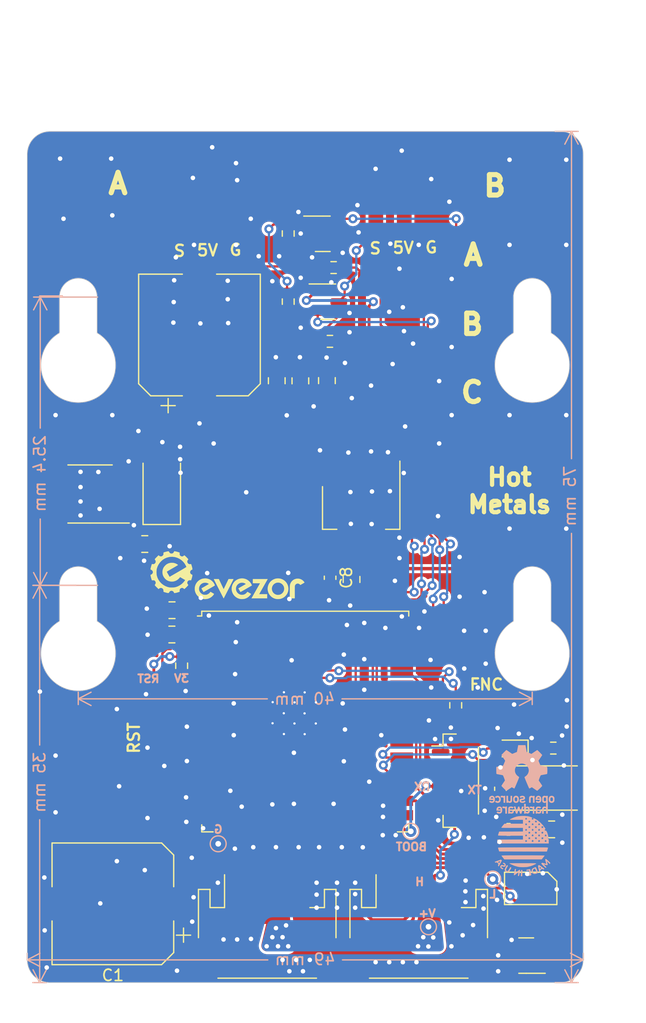
<source format=kicad_pcb>
(kicad_pcb (version 20240108) (generator "pcbnew") (generator_version "8.0")
  (title_block (date "2021-06-25") (rev "1.0P") (company "EVEZOR"))
  (layers (0 "F.Cu" signal) (31 "B.Cu" signal) (34 "B.Paste" user) (35 "F.Paste" user) (36 "B.SilkS" user "B.Silkscreen") (37 "F.SilkS" user "F.Silkscreen") (38 "B.Mask" user) (39 "F.Mask" user) (44 "Edge.Cuts" user))
  (net 0 "")
  (net 1 "Net-(D1-Pad1)")
  (net 2 "GND")
  (net 3 "/CAN_H")
  (net 4 "/CAN_L")
  (net 5 "+3V3")
  (net 6 "Net-(D3-Pad1)")
  (net 7 "/RESET")
  (net 8 "/NEO_STATUS")
  (net 9 "/BOOT")
  (net 10 "+5V")
  (net 11 "/FUNCTION_BUTTON")
  (net 12 "/HBT_LED")
  (net 14 "VBUS")
  (net 15 "/CAN_SLP")
  (net 16 "/CAN_RX")
  (net 17 "/CAN_TX")
  (net 25 "/TXDO")
  (net 26 "/RXD0")
  (net 39 "/NEO_1_OUT")
  (net 40 "/NEO_2_OUT")
  (net 41 "/NEO_2_IN")
  (net 42 "/NEO_1_IN")
  (net 43 "/A_BUTTON")
  (net 44 "/B_BUTTON")
  (net 45 "/C_BUTTON")
  (footprint "LED_SMD:LED_0603_1608Metric" (layer "F.Cu") (at 143.1525 130.37 180)
    (property "Reference" "D3")
    (property "Value" "led_g")
  )
  (footprint "Resistor_SMD:R_0603_1608Metric" (layer "F.Cu") (at 146.8575 130.34 180)
    (property "Reference" "R5")
    (property "Value" "10k")
  )
  (footprint "Capacitor_SMD:C_0603_1608Metric" (layer "F.Cu") (at 142.2 133.9225 -90)
    (property "Reference" "C9")
    (property "Value" ".1uF")
  )
  (footprint "Button_Switch_SMD:SWITCH_2x3_SMD_TACTILE_GREEN" (layer "F.Cu") (at 144.2 127.35)
    (property "Reference" "SW1")
    (property "Value" "SW_Push")
  )
  (footprint "LED_SMD:LED_SK6812MINI_PLCC4_3.5x3.5mm_P1.75mm" (layer "F.Cu") (at 146.02 133.855 180)
    (property "Reference" "D6")
    (property "Value" "SK6812MINI")
  )
  (footprint "EvezorLIB:LOGO_37" (layer "F.Cu") (at 113.21 114.83)
    (property "Reference" "G***" (hide yes))
    (property "Value" "LOGO" (hide yes))
  )
  (footprint "Package_TO_SOT_SMD:SOT-23" (layer "F.Cu") (at 144.47 148.62 180)
    (property "Reference" "D7")
    (property "Value" "D_TVS_x2_AAC")
  )
  (footprint "Connector_JST:JST_PH_S4B-PH-SM4-TB_1x04-1MP_P2.00mm_Horizontal" (layer "F.Cu") (at 135 146.1)
    (property "Reference" "J5")
    (property "Value" "Conn_01x04")
  )
  (footprint "Resistor_SMD:R_0603_1608Metric" (layer "F.Cu") (at 114.11 123.0825 -90)
    (property "Reference" "R6")
    (property "Value" "10k")
  )
  (footprint "Capacitor_SMD:C_0805_2012Metric" (layer "F.Cu") (at 113.25 120.33 180)
    (property "Reference" "C7")
    (property "Value" "22uF")
  )
  (footprint "Package_SO:CAN-TRANS-SN65HVD230DR" (layer "F.Cu") (at 144.865 142.7 180)
    (property "Reference" "U5")
    (property "Value" "Trans_CAN_SN65HVD230DR")
  )
  (footprint "Capacitor_SMD:C_0805_2012Metric" (layer "F.Cu") (at 113.26 118.19 180)
    (property "Reference" "C13")
    (property "Value" "22uF")
  )
  (footprint "Capacitor_SMD:C_0805_2012Metric" (layer "F.Cu") (at 129.08 115.48 -90)
    (property "Reference" "C11")
    (property "Value" "22uF")
  )
  (footprint "Capacitor_SMD:C_0805_2012Metric" (layer "F.Cu") (at 146.7125 137.5)
    (property "Reference" "C15")
    (property "Value" "22uF")
  )
  (footprint "Button_Switch_SMD:SWITCH_2x3_SMD_TACTILE_GREEN" (layer "F.Cu") (at 112.56 129.43 -90)
    (property "Reference" "SW2")
    (property "Value" "SW_Push")
  )
  (footprint "Resistor_SMD:R_0603_1608Metric" (layer "F.Cu") (at 138.26 126.57 -90)
    (property "Reference" "R3")
    (property "Value" "10k")
  )
  (footprint "EvezorLIB:evezor_18" (layer "F.Cu") (at 120.1 116.3)
    (property "Reference" "G***" (hide yes))
    (property "Value" "LOGO" (hide yes))
  )
  (footprint "Evezor_extras:Fiducial_0.5mm_Mask1mm" (layer "F.Cu") (at 118.3 149.8)
    (property "Reference" "FID2")
    (property "Value" "Fiducial")
  )
  (footprint "Evezor_extras:Fiducial_0.5mm_Mask1mm" (layer "F.Cu") (at 148 92.7)
    (property "Reference" "FID3")
    (property "Value" "Fiducial")
  )
  (footprint "Evezor_extras:Fiducial_0.5mm_Mask1mm" (layer "F.Cu") (at 148.2 149.3)
    (property "Reference" "FID1")
    (property "Value" "Fiducial")
  )
  (footprint "Connector_JST:JST_PH_S4B-PH-SM4-TB_1x04-1MP_P2.00mm_Horizontal" (layer "F.Cu") (at 121.65 146.1)
    (property "Reference" "J4")
    (property "Value" "Conn_01x04")
  )
  (footprint "RF_Module:ESP32-WROOM-32U_evezor" (layer "F.Cu") (at 125 128)
    (property "Reference" "U3")
    (property "Value" "ESP32-WROOM-32U")
  )
  (footprint "Connector_JST:JST_SH_BM06B-SRSS-TB_1x06-1MP_P1.00mm_Vertical" (layer "F.Cu") (at 138.255 133.21 -90)
    (property "Reference" "J2")
    (property "Value" "ftdi_conn")
  )
  (footprint "Capacitor_SMD:C_0603_1608Metric" (layer "F.Cu") (at 142.9125 137.5 180)
    (property "Reference" "C14")
    (property "Value" ".1uF")
  )
  (footprint "Package_TO_SOT_SMD:SOT-223-3_TabPin2" (layer "F.Cu") (at 129.93 109.1525 -90)
    (property "Reference" "U2" (hide yes))
    (property "Value" "AMS1117-3.3")
  )
  (footprint "Capacitor_SMD:C_0603_1608Metric" (layer "F.Cu") (at 127.19 115.33 -90)
    (property "Reference" "C8")
    (property "Value" ".1uF")
  )
  (footprint "Package_SO:SOIC-8_3.9x4.9mm_P1.27mm" (layer "F.Cu") (at 106.04 107.95 180)
    (property "Reference" "U1" (hide yes))
    (property "Value" "XL1509")
  )
  (footprint "Resistor_SMD:R_0603_1608Metric" (layer "F.Cu") (at 127.175 94.5)
    (property "Reference" "R4" (hide yes))
    (property "Value" "10k")
  )
  (footprint "Resistor_SMD:R_0603_1608Metric" (layer "F.Cu") (at 127.5 88)
    (property "Reference" "R7" (hide yes))
    (property "Value" "10k")
  )
  (footprint "Capacitor_SMD:C_0805_2012Metric" (layer "F.Cu") (at 110.86 112.36)
    (property "Reference" "C2" (hide yes))
    (property "Value" "4.7uF 100V")
  )
  (footprint "Resistor_SMD:R_0603_1608Metric" (layer "F.Cu") (at 123.5 91 90)
    (property "Reference" "R1" (hide yes))
    (property "Value" "10k")
  )
  (footprint "Button_Switch_SMD:SWITCH_2x3_SMD_TACTILE_GREEN" (layer "F.Cu") (at 135.5 89)
    (property "Reference" "SW3")
    (property "Value" "SW_Push")
  )
  (footprint "Resistor_SMD:R_0603_1608Metric" (layer "F.Cu") (at 123.5 85 90)
    (property "Reference" "R2" (hide yes))
    (property "Value" "10k")
  )
  (footprint "Package_TO_SOT_SMD:SOT-23" (layer "F.Cu") (at 127.02 91.005)
    (property "Reference" "Q1" (hide yes))
    (property "Value" "BSS138")
  )
  (footprint "Connector_JST:CONN_JST_XH_3_VERTICAL" (layer "F.Cu") (at 116.41 77.97 180)
    (property "Reference" "J1" (hide yes))
    (property "Value" "Conn_01x03_MountingPin")
  )
  (footprint "Connector_JST:CONN_JST_XH_3_VERTICAL" (layer "F.Cu") (at 133.72 77.97 180)
    (property "Reference" "J3" (hide yes))
    (property "Value" "Conn_01x03_MountingPin")
  )
  (footprint "Package_TO_SOT_SMD:SOT-23" (layer "F.Cu") (at 126.545 85.025)
    (property "Reference" "Q2" (hide yes))
    (property "Value" "BSS138")
  )
  (footprint "Capacitor_SMD:CP_Elec_10x10.5" (layer "F.Cu") (at 115.68 93.94 90)
    (property "Reference" "C3" (hide yes))
    (property "Value" "220uF")
  )
  (footprint "Capacitor_SMD:C_0805_2012Metric" (layer "F.Cu") (at 124.57 97.98 90)
    (property "Reference" "C6" (hide yes))
    (property "Value" "22uF")
  )
  (footprint "Capacitor_SMD:C_0805_2012Metric" (layer "F.Cu") (at 122.49 97.97 90)
    (property "Reference" "C5" (hide yes))
    (property "Value" "22uF")
  )
  (footprint "Capacitor_SMD:C_0805_2012Metric" (layer "F.Cu") (at 126.91 97.96 90)
    (property "Reference" "C4" (hide yes))
    (property "Value" "4.7uF 100V")
  )
  (footprint "Diode_SMD:D_SMA" (layer "F.Cu") (at 112.36 107.24 90)
    (property "Reference" "D1" (hide yes))
    (property "Value" "SX35_SCHOTTKY")
  )
  (footprint "Capacitor_SMD:CP_Elec_10x10.5" (layer "F.Cu") (at 108.05 144.06 180)
    (property "Reference" "C1")
    (property "Value" "220uF")
  )
  (footprint "Button_Switch_SMD:SWITCH_2x3_SMD_TACTILE_GREEN" (layer "F.Cu") (at 135.5 101)
    (property "Reference" "SW5")
    (property "Value" "SW_Push")
  )
  (footprint "Inductor_SMD:INDUCTOR-68uH" (layer "F.Cu") (at 119.83 107.29 -90)
    (property "Reference" "L1")
    (property "Value" "68uF")
  )
  (footprint "Button_Switch_SMD:SWITCH_2x3_SMD_TACTILE_GREEN" (layer "F.Cu") (at 135.5 95)
    (property "Reference" "SW4")
    (property "Value" "SW_Push")
  )
  (footprint "Symbol:OSHW-Logo_5.7x6mm_SilkScreen" (layer "B.Cu") (at 144.09 133.09 180)
    (property "Reference" "REF**" (hide yes))
    (property "Value" "OSHW-Logo_5.7x6mm_SilkScreen" (hide yes))
  )
  (footprint "Evezor_extras:TestPoint_THTPad_D1.0mm_Drill0.5mm" (layer "B.Cu") (at 135.86 146.08)
    (property "Reference" "TP1")
    (property "Value" "TestPoint")
  )
  (footprint "Evezor_extras:TestPoint_THTPad_D1.0mm_Drill0.5mm" (layer "B.Cu") (at 134.3 137.67)
    (property "Reference" "TP6")
    (property "Value" "TestPoint")
  )
  (footprint "Evezor_extras:TestPoint_THTPad_D1.0mm_Drill0.5mm" (layer "B.Cu") (at 141.52 141.88)
    (property "Reference" "TP5")
    (property "Value" "TestPoint")
  )
  (footprint "Evezor_extras:TestPoint_THTPad_D1.0mm_Drill0.5mm" (layer "B.Cu") (at 117.33 138.77)
    (property "Reference" "TP10")
    (property "Value" "TestPoint")
  )
  (footprint "Evezor_extras:MADE IN USA_RD" (layer "B.Cu") (at 144.15 138.96 180)
    (property "Reference" "G***" (hide yes))
    (property "Value" "LOGO" (hide yes))
  )
  (gr_line (start 101.6 116) (end 104.8 116) (stroke (width 0.12)) (layer "B.SilkS"))
  (gr_line (start 101.6 90.500001) (end 103.6 90.5) (stroke (width 0.12)) (layer "B.SilkS"))
  (gr_arc (start 149.5 149) (mid 148.914214 150.414214) (end 147.5 151) (stroke (width 0.05)) (layer "Edge.Cuts"))
  (gr_line (start 146.65 119.163729) (end 146.65 115.999999) (stroke (width 0.05)) (layer "Edge.Cuts"))
  (gr_line (start 102.500001 151) (end 147.5 151) (stroke (width 0.05)) (layer "Edge.Cuts"))
  (gr_line (start 106.65 93.76373) (end 106.65 90.6) (stroke (width 0.05)) (layer "Edge.Cuts"))
  (gr_arc (start 100.499999 78.000001) (mid 101.085786 76.585787) (end 102.5 76) (stroke (width 0.05)) (layer "Edge.Cuts"))
  (gr_line (start 149.5 149) (end 149.5 78) (stroke (width 0.05)) (layer "Edge.Cuts"))
  (gr_arc (start 106.65 93.76373) (mid 105 99.8813) (end 103.35 93.76373) (stroke (width 0.05)) (layer "Edge.Cuts"))
  (gr_line (start 103.35 93.76373) (end 103.35 90.6) (stroke (width 0.05)) (layer "Edge.Cuts"))
  (gr_line (start 103.35 119.163729) (end 103.35 115.999999) (stroke (width 0.05)) (layer "Edge.Cuts"))
  (gr_line (start 100.500001 149) (end 100.499999 78.000001) (stroke (width 0.05)) (layer "Edge.Cuts"))
  (gr_line (start 143.349999 93.76373) (end 143.349999 90.6) (stroke (width 0.05)) (layer "Edge.Cuts"))
  (gr_line (start 106.650001 119.163729) (end 106.650001 115.999999) (stroke (width 0.05)) (layer "Edge.Cuts"))
  (gr_arc (start 106.65 119.163729) (mid 105 125.281299) (end 103.35 119.163729) (stroke (width 0.05)) (layer "Edge.Cuts"))
  (gr_line (start 143.349999 119.17) (end 143.35 115.999999) (stroke (width 0.05)) (layer "Edge.Cuts"))
  (gr_arc (start 146.647274 119.168412) (mid 145.001578 125.275882) (end 143.349999 119.17) (stroke (width 0.05)) (layer "Edge.Cuts"))
  (gr_arc (start 143.35 115.999999) (mid 145 114.349999) (end 146.65 115.999999) (stroke (width 0.05)) (layer "Edge.Cuts"))
  (gr_arc (start 146.649999 93.76373) (mid 144.999999 99.8813) (end 143.349999 93.76373) (stroke (width 0.05)) (layer "Edge.Cuts"))
  (gr_arc (start 103.35 90.6) (mid 105 88.95) (end 106.65 90.6) (stroke (width 0.05)) (layer "Edge.Cuts"))
  (gr_arc (start 143.349998 90.6) (mid 144.999999 88.949999) (end 146.65 90.6) (stroke (width 0.05)) (layer "Edge.Cuts"))
  (gr_arc (start 147.5 76) (mid 148.914214 76.585786) (end 149.5 78) (stroke (width 0.05)) (layer "Edge.Cuts"))
  (gr_line (start 146.649999 93.76373) (end 146.649999 90.6) (stroke (width 0.05)) (layer "Edge.Cuts"))
  (gr_line (start 102.5 76) (end 147.5 76) (stroke (width 0.05)) (layer "Edge.Cuts"))
  (gr_arc (start 103.350001 115.999999) (mid 105.000001 114.349999) (end 106.650001 115.999999) (stroke (width 0.05)) (layer "Edge.Cuts"))
  (gr_arc (start 102.500001 151) (mid 101.085787 150.414214) (end 100.500001 149) (stroke (width 0.05)) (layer "Edge.Cuts"))
  (gr_text "L" (at 141.54 143.21 0) (layer "B.SilkS") (effects (font (size 0.7 0.7) (thickness 0.175)) (justify mirror)))
  (gr_text "V+" (at 135.74 144.91 0) (layer "B.SilkS") (effects (font (size 0.7 0.7) (thickness 0.175)) (justify mirror)))
  (gr_text "G" (at 117.34 137.5 0) (layer "B.SilkS") (effects (font (size 0.7 0.7) (thickness 0.175)) (justify mirror)))
  (gr_text "3V\n" (at 114.1 124.2 0) (layer "B.SilkS") (effects (font (size 0.7 0.7) (thickness 0.175)) (justify mirror)))
  (gr_text "RST" (at 111.18 124.23 0) (layer "B.SilkS") (effects (font (size 0.7 0.7) (thickness 0.175)) (justify mirror)))
  (gr_text "RX" (at 135.3 133.75 0) (layer "B.SilkS") (effects (font (size 0.7 0.7) (thickness 0.175)) (justify mirror)))
  (gr_text "TX" (at 139.93 134.03 0) (layer "B.SilkS") (effects (font (size 0.7 0.7) (thickness 0.175)) (justify mirror)))
  (gr_text "BOOT\n" (at 134.36 139.04 0) (layer "B.SilkS") (effects (font (size 0.7 0.7) (thickness 0.175)) (justify mirror)))
  (gr_text "H\n" (at 135.08 142.12 0) (layer "B.SilkS") (effects (font (size 0.7 0.7) (thickness 0.175)) (justify mirror)))
  (gr_text "Hot\nMetals\n" (at 143 107.67 0) (layer "F.SilkS") (effects (font (size 1.5 1.5) (thickness 0.375))))
  (gr_text "RST" (at 109.9 129.45 90) (layer "F.SilkS") (effects (font (size 1 1) (thickness 0.2))))
  (gr_text "A" (at 139.8 86.9 0) (layer "F.SilkS") (effects (font (size 1.8 1.8) (thickness 0.45))))
  (gr_text "B" (at 139.7 93 0) (layer "F.SilkS") (effects (font (size 1.8 1.8) (thickness 0.45))))
  (gr_text "G" (at 136.1 86.22 0) (layer "F.SilkS") (effects (font (size 1 1) (thickness 0.2))))
  (gr_text "5V" (at 116.39 86.48 0) (layer "F.SilkS") (effects (font (size 1 1) (thickness 0.2))))
  (gr_text "A" (at 108.5 80.6 0) (layer "F.SilkS") (effects (font (size 1.8 1.8) (thickness 0.45))))
  (gr_text "G" (at 118.85 86.44 0) (layer "F.SilkS") (effects (font (size 1 1) (thickness 0.2))))
  (gr_text "C\n" (at 139.7 99 0) (layer "F.SilkS") (effects (font (size 1.8 1.8) (thickness 0.45))))
  (gr_text "S" (at 131.17 86.31 0) (layer "F.SilkS") (effects (font (size 1 1) (thickness 0.2))))
  (gr_text "5V" (at 133.64 86.26 0) (layer "F.SilkS") (effects (font (size 1 1) (thickness 0.2))))
  (gr_text "FNC\n" (at 140.96 124.74 0) (layer "F.SilkS") (effects (font (size 1 1) (thickness 0.2))))
  (gr_text "S" (at 113.92 86.53 0) (layer "F.SilkS") (effects (font (size 1 1) (thickness 0.2))))
  (gr_text "B" (at 141.7 80.8 0) (layer "F.SilkS") (effects (font (size 1.8 1.8) (thickness 0.45))))
  (dimension (type aligned) (layer "B.SilkS") (pts (xy 101 116) (xy 101 151)) (height -0.6) (gr_text "35 mm" (at 101.59 133.36 90) (layer "B.SilkS") (effects (font (size 1 1) (thickness 0.15)) (justify mirror))) (format (prefix "") (suffix "") (units 2) (units_format 1) (precision 4) suppress_zeroes) (style (thickness 0.12) (arrow_length 1.27) (text_position_mode 2) (extension_height 0.58642) (extension_offset 0) keep_text_aligned))
  (dimension (type aligned) (layer "B.SilkS") (pts (xy 106.7 90.600001) (xy 106.7 116)) (height 5.05) (gr_text "25.4 mm" (at 101.61 106.15 90) (layer "B.SilkS") (effects (font (size 1 1) (thickness 0.15)) (justify mirror))) (format (prefix "") (suffix "") (units 2) (units_format 1) (precision 4) suppress_zeroes) (style (thickness 0.12) (arrow_length 1.27) (text_position_mode 2) (extension_height 0.58642) (extension_offset 0) keep_text_aligned))
  (dimension (type aligned) (layer "B.SilkS") (pts (xy 100.5 149) (xy 149.5 149)) (height 0) (gr_text "49 mm" (at 124.99 148.95 0) (layer "B.SilkS") (effects (font (size 1 1) (thickness 0.15)) (justify mirror))) (format (prefix "") (suffix "") (units 2) (units_format 1) (precision 4) suppress_zeroes) (style (thickness 0.12) (arrow_length 1.27) (text_position_mode 2) (extension_height 0.58642) (extension_offset 0) keep_text_aligned))
  (dimension (type aligned) (layer "B.SilkS") (pts (xy 147 151) (xy 147 76)) (height 1.46) (gr_text "75 mm" (at 148.33 108.13 90) (layer "B.SilkS") (effects (font (size 1 1) (thickness 0.15)) (justify mirror))) (format (prefix "") (suffix "") (units 2) (units_format 1) (precision 4) suppress_zeroes) (style (thickness 0.12) (arrow_length 1.27) (text_position_mode 2) (extension_height 0.58642) (extension_offset 0) keep_text_aligned))
  (dimension (type aligned) (layer "B.SilkS") (pts (xy 105 126.5) (xy 145 126.5)) (height -0.5) (gr_text "40 mm" (at 124.95 126 0) (layer "B.SilkS") (effects (font (size 1 1) (thickness 0.15)) (justify mirror))) (format (prefix "") (suffix "") (units 2) (units_format 1) (precision 4) suppress_zeroes) (style (thickness 0.12) (arrow_length 1.27) (text_position_mode 2) (extension_height 0.58642) (extension_offset 0) keep_text_aligned))
  (segment (start 113.99 109.24) (end 116.79 112.04) (width 0.2) (layer "F.Cu") (net 1))
  (segment (start 108.515 108.585) (end 110.595 108.585) (width 0.2) (layer "F.Cu") (net 1))
  (segment (start 110.595 108.585) (end 111.25 109.24) (width 0.2) (layer "F.Cu") (net 1))
  (segment (start 112.36 109.24) (end 113.99 109.24) (width 0.2) (layer "F.Cu") (net 1))
  (segment (start 116.79 112.04) (end 119.83 112.04) (width 0.2) (layer "F.Cu") (net 1))
  (segment (start 111.25 109.24) (end 112.36 109.24) (width 0.2) (layer "F.Cu") (net 1))
  (via (at 127.5 135.25) (size 0.8) (drill 0.4) (layers "F.Cu" "B.Cu") (net 2))
  (via (at 124 130.75) (size 0.8) (drill 0.4) (layers "F.Cu" "B.Cu") (net 2))
  (via (at 122.1 135.3) (size 0.8) (drill 0.4) (layers "F.Cu" "B.Cu") (net 2))
  (via (at 124 135.25) (size 0.8) (drill 0.4) (layers "F.Cu" "B.Cu") (net 2))
  (via (at 130.64 133.3) (size 0.8) (drill 0.4) (layers "F.Cu" "B.Cu") (net 2))
  (via (at 131.86 135.42) (size 0.8) (drill 0.4) (layers "F.Cu" "B.Cu") (net 2))
  (via (at 131.85 136.4) (size 0.8) (drill 0.4) (layers "F.Cu" "B.Cu") (net 2))
  (via (at 133.8 102) (size 0.8) (drill 0.4) (layers "F.Cu" "B.Cu") (net 2))
  (via (at 123.8 122.6) (size 0.8) (drill 0.4) (layers "F.Cu" "B.Cu") (net 2))
  (via (at 110.97 125.59) (size 0.8) (drill 0.4) (layers "F.Cu" "B.Cu") (net 2))
  (via (at 133.3 113.6) (size 0.8) (drill 0.4) (layers "F.Cu" "B.Cu") (net 2))
  (via (at 143 86) (size 0.8) (drill 0.4) (layers "F.Cu" "B.Cu") (net 2))
  (via (at 123.5 114.9) (size 0.8) (drill 0.4) (layers "F.Cu" "B.Cu") (net 2))
  (via (at 108 101) (size 0.8) (drill 0.4) (layers "F.Cu" "B.Cu") (net 2))
  (via (at 132.97 138.01) (size 0.8) (drill 0.4) (layers "F.Cu" "B.Cu") (net 2))
  (via (at 113.98 104.89) (size 0.8) (drill 0.4) (layers "F.Cu" "B.Cu") (net 2))
  (via (at 130.2 125.2) (size 0.8) (drill 0.4) (layers "F.Cu" "B.Cu") (net 2))
  (via (at 101.62 125.36) (size 0.8) (drill 0.4) (layers "F.Cu" "B.Cu") (net 2))
  (via (at 132.7 96.5) (size 0.8) (drill 0.4) (layers "F.Cu" "B.Cu") (net 2))
  (via (at 118.88 121) (size 0.8) (drill 0.4) (layers "F.Cu" "B.Cu") (net 2))
  (via (at 139.4 138.24) (size 0.8) (drill 0.4) (layers "F.Cu" "B.Cu") (net 2))
  (via (at 132.29 104.27) (size 0.8) (drill 0.4) (layers "F.Cu" "B.Cu") (net 2))
  (via (at 108.6 133.7) (size 0.8) (drill 0.4) (layers "F.Cu" "B.Cu") (net 2))
  (via (at 123.37 101.02) (size 0.8) (drill 0.4) (layers "F.Cu" "B.Cu") (net 2))
  (via (at 117.3 142.2) (size 0.8) (drill 0.4) (layers "F.Cu" "B.Cu") (net 2))
  (via (at 126.3 104.1) (size 0.8) (drill 0.4) (layers "F.Cu" "B.Cu") (net 2))
  (via (at 124.8 150) (size 0.8) (drill 0.4) (layers "F.Cu" "B.Cu") (net 2))
  (via (at 111.11 120.35) (size 0.8) (drill 0.4) (layers "F.Cu" "B.Cu") (net 2))
  (via (at 128.8 104.3) (size 0.8) (drill 0.4) (layers "F.Cu" "B.Cu") (net 2))
  (via (at 128.9 92) (size 0.8) (drill 0.4) (layers "F.Cu" "B.Cu") (net 2))
  (via (at 109.9 110.7) (size 0.8) (drill 0.4) (layers "F.Cu" "B.Cu") (net 2))
  (via (at 134.5 94.7) (size 0.8) (drill 0.4) (layers "F.Cu" "B.Cu") (net 2))
  (via (at 111.1 136.5) (size 0.8) (drill 0.4) (layers "F.Cu" "B.Cu") (net 2))
  (via (at 135.03 119.75) (size 0.8) (drill 0.4) (layers "F.Cu" "B.Cu") (net 2))
  (via (at 135 86) (size 0.8) (drill 0.4) (layers "F.Cu" "B.Cu") (net 2))
  (via (at 133.7 93.6) (size 0.8) (drill 0.4) (layers "F.Cu" "B.Cu") (net 2))
  (via (at 115.16 143.48) (size 0.8) (drill 0.4) (layers "F.Cu" "B.Cu") (net 2))
  (via (at 148 78.5) (size 0.8) (drill 0.4) (layers "F.Cu" "B.Cu") (net 2))
  (via (at 119.8 107.8) (size 0.8) (drill 0.4) (layers "F.Cu" "B.Cu") (net 2))
  (via (at 148.04 128.44) (size 0.8) (drill 0.4) (layers "F.Cu" "B.Cu") (net 2))
  (via (at 127.8 144.4) (size 0.8) (drill 0.4) (layers "F.Cu" "B.Cu") (net 2))
  (via (at 118.17 89.16) (size 0.8) (drill 0.4) (layers "F.Cu" "B.Cu") (net 2))
  (via (at 129.6 82.5) (size 0.8) (drill 0.4) (layers "F.Cu" "B.Cu") (net 2))
  (via (at 108.4 126.9) (size 0.8) (drill 0.4) (layers "F.Cu" "B.Cu") (net 2))
  (via (at 128.22 139.07) (size 0.8) (drill 0.4) (layers "F.Cu" "B.Cu") (net 2))
  (via (at 131.2 149.2) (size 0.8) (drill 0.4) (layers "F.Cu" "B.Cu") (net 2))
  (via (at 108.7 113.6) (size 0.8) (drill 0.4) (layers "F.Cu" "B.Cu") (net 2))
  (via (at 136.1 80.2) (size 0.8) (drill 0.4) (layers "F.Cu" "B.Cu") (net 2))
  (via (at 130.8 98.4) (size 0.8) (drill 0.4) (layers "F.Cu" "B.Cu") (net 2))
  (via (at 128.96 117.78) (size 0.8) (drill 0.4) (layers "F.Cu" "B.Cu") (net 2))
  (via (at 137.83 128.53) (size 0.8) (drill 0.4) (layers "F.Cu" "B.Cu") (net 2))
  (via (at 147.79 131.87) (size 0.8) (drill 0.4) (layers "F.Cu" "B.Cu") (net 2))
  (via (at 147.65 138.67) (size 0.8) (drill 0.4) (layers "F.Cu" "B.Cu") (net 2))
  (via (at 140.74 138.2) (size 0.8) (drill 0.4) (layers "F.Cu" "B.Cu") (net 2))
  (via (at 142 150) (size 0.8) (drill 0.4) (layers "F.Cu" "B.Cu") (net 2))
  (via (at 142.12 138.6) (size 0.8) (drill 0.4) (layers "F.Cu" "B.Cu") (net 2))
  (via (at 132.06 119.75) (size 0.8) (drill 0.4) (layers "F.Cu" "B.Cu") (net 2))
  (via (at 131.7 129.2) (size 0.8) (drill 0.4) (layers "F.Cu" "B.Cu") (net 2))
  (via (at 139.01 123.33) (size 0.8) (drill 0.4) (layers "F.Cu" "B.Cu") (net 2))
  (via (at 136.72 136.7) (size 0.8) (drill 0.4) (layers "F.Cu" "B.Cu") (net 2))
  (via (at 111.04 118.05) (size 0.8) (drill 0.4) (layers "F.Cu" "B.Cu") (net 2))
  (via (at 113.41 91.04) (size 0.8) (drill 0.4) (layers "F.Cu" "B.Cu") (net 2))
  (via (at 116.51 118.66) (size 0.8) (drill 0.4) (layers "F.Cu" "B.Cu") (net 2))
  (via (at 131.83 138.01) (size 0.8) (drill 0.4) (layers "F.Cu" "B.Cu") (net 2))
  (via (at 129.4 142.2) (size 0.8) (drill 0.4) (layers "F.Cu" "B.Cu") (net 2))
  (via (at 137.7 82.2) (size 0.8) (drill 0.4) (layers "F.Cu" "B.Cu") (net 2))
  (via (at 144.95 129.45) (size 0.8) (drill 0.4) (layers "F.Cu" "B.Cu") (net 2))
  (via (at 137.69 145.7) (size 0.8) (drill 0.4) (layers "F.Cu" "B.Cu") (net 2))
  (via (at 137.84 129.53) (size 0.8) (drill 0.4) (layers "F.Cu" "B.Cu") (net 2))
  (via (at 137.9 101) (size 0.8) (drill 0.4) (layers "F.Cu" "B.Cu") (net 2))
  (via (at 138.87 146.83) (size 0.8) (drill 0.4) (layers "F.Cu" "B.Cu") (net 2))
  (via (at 114.57 131.48) (size 0.8) (drill 0.4) (layers "F.Cu" "B.Cu") (net 2))
  (via (at 133.3 111.8) (size 0.8) (drill 0.4) (layers "F.Cu" "B.Cu") (net 2))
  (via (at 124.42 139.07) (size 0.8) (drill 0.4) (layers "F.Cu" "B.Cu") (net 2))
  (via (at 136.44 129.54) (size 0.8) (drill 0.4) (layers "F.Cu" "B.Cu") (net 2))
  (via (at 106.77 106.01) (size 0.8) (drill 0.4) (layers "F.Cu" "B.Cu") (net 2))
  (via (at 140.9 122.9) (size 0.8) (drill 0.4) (layers "F.Cu" "B.Cu") (net 2))
  (via (at 103 136) (size 0.8) (drill 0.4) (layers "F.Cu" "B.Cu") (net 2))
  (via (at 108.4 140.3) (size 0.8) (drill 0.4) (layers "F.Cu" "B.Cu") (net 2))
  (via (at 133.68 106.1) (size 0.8) (drill 0.4) (layers "F.Cu" "B.Cu") (net 2))
  (via (at 139.13 142.01) (size 0.8) (drill 0.4) (layers "F.Cu" "B.Cu") (net 2))
  (via (at 128.67 119.49) (size 0.8) (drill 0.4) (layers "F.Cu" "B.Cu") (net 2))
  (via (at 130.85 110.6) (size 0.8) (drill 0.4) (layers "F.Cu" "B.Cu") (net 2))
  (via (at 128.5 96.4) (size 0.8) (drill 0.4) (layers "F.Cu" "B.Cu") (net 2))
  (via (at 108 83.4) (size 0.8) (drill 0.4) (layers "F.Cu" "B.Cu") (net 2))
  (via (at 139 120) (size 0.8) (drill 0.4) (layers "F.Cu" "B.Cu") (net 2))
  (via (at 141.95 128.57) (size 0.8) (drill 0.4) (layers "F.Cu" "B.Cu") (net 2))
  (via (at 114.46 125.31) (size 0.8) (drill 0.4) (layers "F.Cu" "B.Cu") (net 2))
  (via (at 116.36 114.92) (size 0.8) (drill 0.4) (layers "F.Cu" "B.Cu") (net 2))
  (via (at 140.71 144.48) (size 0.8) (drill 0.4) (layers "F.Cu" "B.Cu") (net 2))
  (via (at 133.6 91.5) (size 0.8) (drill 0.4) (layers "F.Cu" "B.Cu") (net 2))
  (via (at 118.82 123.82) (size 0.8) (drill 0.4) (layers "F.Cu" "B.Cu") (net 2))
  (via (at 134.8 149.2) (size 0.8) (drill 0.4) (layers "F.Cu" "B.Cu") (net 2))
  (via (at 113.38 92.85) (size 0.8) (drill 0.4) (layers "F.Cu" "B.Cu") (net 2))
  (via (at 115.04 145.63) (size 0.8) (drill 0.4) (layers "F.Cu" "B.Cu") (net 2))
  (via (at 126 142.2) (size 0.8) (drill 0.4) (layers "F.Cu" "B.Cu") (net 2))
  (via (at 112.58 131.91) (size 0.8) (drill 0.4) (layers "F.Cu" "B.Cu") (net 2))
  (via (at 103 131) (size 0.8) (drill 0.4) (layers "F.Cu" "B.Cu") (net 2))
  (via (at 120.22 147.15) (size 0.8) (drill 0.4) (layers "F.Cu" "B.Cu") (net 2))
  (via (at 129.4 143.2) (size 0.8) (drill 0.4) (layers "F.Cu" "B.Cu") (net 2))
  (via (at 115 140) (size 0.8) (drill 0.4) (layers "F.Cu" "B.Cu") (net 2))
  (via (at 103.7 83.7) (size 0.8) (drill 0.4) (layers "F.Cu" "B.Cu") (net 2))
  (via (at 103 101) (size 0.8) (drill 0.4) (layers "F.Cu" "B.Cu") (net 2))
  (via (at 132.4 91.9) (size 0.8) (drill 0.4) (layers "F.Cu" "B.Cu") (net 2))
  (via (at 138.6 117) (size 0.8) (drill 0.4) (layers "F.Cu" "B.Cu") (net 2))
  (via (at 124.6 85) (size 0.8) (drill 0.4) (layers "F.Cu" "B.Cu") (net 2))
  (via (at 106.94 144.02) (size 0.8) (drill 0.4) (layers "F.Cu" "B.Cu") (net 2))
  (via (at 102.04 146.4) (size 0.8) (drill 0.4) (layers "F.Cu" "B.Cu") (net 2))
  (via (at 132.9 115.6) (size 0.8) (drill 0.4) (layers "F.Cu" "B.Cu") (net 2))
  (via (at 132.4 149.2) (size 0.8) (drill 0.4) (layers "F.Cu" "B.Cu") (net 2))
  (via (at 133.5 77.7) (size 0.8) (drill 0.4) (layers "F.Cu" "B.Cu") (net 2))
  (via (at 122.41 95.9) (size 0.8) (drill 0.4) (layers "F.Cu" "B.Cu") (net 2))
  (via (at 114.52 136.84) (size 0.8) (drill 0.4) (layers "F.Cu" "B.Cu") (net 2))
  (via (at 139.11 142.96) (size 0.8) (drill 0.4) (layers "F.Cu" "B.Cu") (net 2))
  (via (at 122.1 89.2) (size 0.8) (drill 0.4) (layers "F.Cu" "B.Cu") (net 2))
  (via (at 125.4 149) (size 0.8) (drill 0.4) (layers "F.Cu" "B.Cu") (net 2))
  (via (at 137.88 147.8) (size 0.8) (drill 0.4) (layers "F.Cu" "B.Cu") (net 2))
  (via (at 138.6 113.5) (size 0.8) (drill 0.4) (layers "F.Cu" "B.Cu") (net 2))
  (via (at 110.86 141.09) (size 0.8) (drill 0.4) (layers "F.Cu" "B.Cu") (net 2))
  (via (at 130.8 104.2) (size 0.8) (drill 0.4) (layers "F.Cu" "B.Cu") (net 2))
  (via (at 116.93 103.5) (size 0.8) (drill 0.4) (layers "F.Cu" "B.Cu") (net 2))
  (via (at 126 144.4) (size 0.8) (drill 0.4) (layers "F.Cu" "B.Cu") (net 2))
  (via (at 113.97 103.79) (size 0.8) (drill 0.4) (layers "F.Cu" "B.Cu") (net 2))
  (via (at 148 101) (size 0.8) (drill 0.4) (layers "F.Cu" "B.Cu") (net 2))
  (via (at 138.74 134.12) (size 0.8) (drill 0.4) (layers "F.Cu" "B.Cu") (net 2))
  (via (at 124.2 149) (size 0.8) (drill 0.4) (layers "F.Cu" "B.Cu") (net 2))
  (via (at 124.6 88.9) (size 0.8) (drill 0.4) (layers "F.Cu" "B.Cu") (net 2))
  (via (at 115.8 117.1) (size 0.8) (drill 0.4) (layers "F.Cu" "B.Cu") (net 2))
  (via (at 125.74 100.23) (size 0.8) (drill 0.4) (layers "F.Cu" "B.Cu") (net 2))
  (via (at 129.4 144.4) (size 0.8) (drill 0.4) (layers "F.Cu" "B.Cu") (net 2))
  (via (at 109.44 105.07) (size 0.8) (drill 0.4) (layers "F.Cu" "B.Cu") (net 2))
  (via (at 110.8 113.83) (size 0.8) (drill 0.4) (layers "F.Cu" "B.Cu") (net 2))
  (via (at 129.7 84.9) (size 0.8) (drill 0.4) (layers "F.Cu" "B.Cu") (net 2))
  (via (at 124.4 83.1) (size 0.8) (drill 0.4) (layers "F.Cu" "B.Cu") (net 2))
  (via (at 126 143.25) (size 0.8) (drill 0.4) (layers "F.Cu" "B.Cu") (net 2))
  (via (at 128.9 93.7) (size 0.8) (drill 0.4) (layers "F.Cu" "B.Cu") (net 2))
  (via (at 118.4 134.1) (size 0.8) (drill 0.4) (layers "F.Cu" "B.Cu") (net 2))
  (via (at 118.17 90.79) (size 0.8) (drill 0.4) (layers "F.Cu" "B.Cu") (net 2))
  (via (at 140.2 125) (size 0.8) (drill 0.4) (layers "F.Cu" "B.Cu") (net 2))
  (via (at 136.7 109.9) (size 0.8) (drill 0.4) (layers "F.Cu" "B.Cu") (net 2))
  (via (at 123.6 150) (size 0.8) (drill 0.4) (layers "F.Cu" "B.Cu") (net 2))
  (via (at 130.07 139.08) (size 0.8) (drill 0.4) (layers "F.Cu" "B.Cu") (net 2))
  (via (at 137.9 89) (size 0.8) (drill 0.4) (layers "F.Cu" "B.Cu") (net 2))
  (via (at 120.2 83.7) (size 0.8) (drill 0.4) (layers "F.Cu" "B.Cu") (net 2))
  (via (at 137.9 95) (size 0.8) (drill 0.4) (layers "F.Cu" "B.Cu") (net 2))
  (via (at 113.7 149.95) (size 0.8) (drill 0.4) (layers "F.Cu" "B.Cu") (net 2))
  (via (at 128.5 128.7) (size 0.8) (drill 0.4) (layers "F.Cu" "B.Cu") (net 2))
  (via (at 129.02 110.58) (size 0.8) (drill 0.4) (layers "F.Cu" "B.Cu") (net 2))
  (via (at 143.18 147.24) (size 0.8) (drill 0.4) (layers "F.Cu" "B.Cu") (net 2))
  (via (at 128.3 86.7) (size 0.8) (drill 0.4) (layers "F.Cu" "B.Cu") (net 2))
  (via (at 145.02 131.39) (size 0.8) (drill 0.4) (layers "F.Cu" "B.Cu") (net 2))
  (via (at 143.4 126.5) (size 0.8) (drill 0.4) (layers "F.Cu" "B.Cu") (net 2))
  (via (at 128.4 131.5) (size 0.8) (drill 0.4) (layers "F.Cu" "B.Cu") (net 2))
  (via (at 105.2 108.61) (size 0.8) (drill 0.4) (layers "F.Cu" "B.Cu") (net 2))
  (via (at 115.68 101.73) (size 0.8) (drill 0.4) (layers "F.Cu" "B.Cu") (net 2))
  (via (at 128.98 107.78) (size 0.8) (drill 0.4) (layers "F.Cu" "B.Cu") (net 2))
  (via (at 119 147.2) (size 0.8) (drill 0.4) (layers "F.Cu" "B.Cu") (net 2))
  (via (at 118.8 139.2) (size 0.8) (drill 0.4) (layers "F.Cu" "B.Cu") (net 2))
  (via (at 114.5 134.68) (size 0.8) (drill 0.4) (layers "F.Cu" "B.Cu") (net 2))
  (via (at 102.01 141.74) (size 0.8) (drill 0.4) (layers "F.Cu" "B.Cu") (net 2))
  (via (at 133.6 149.2) (size 0.8) (drill 0.4) (layers "F.Cu" "B.Cu") (net 2))
  (via (at 130.2 119.31) (size 0.8) (drill 0.4) (layers "F.Cu" "B.Cu") (net 2))
  (via (at 114.01 106.08) (size 0.8) (drill 0.4) (layers "F.Cu" "B.Cu") (net 2))
  (via (at 115.1 80.1) (size 0.8) (drill 0.4) (layers "F.Cu" "B.Cu") (net 2))
  (via (at 129.1 99.5) (size 0.8) (drill 0.4) (layers "F.Cu" "B.Cu") (net 2))
  (via (at 128.4 122.1) (size 0.8) (drill 0.4) (layers "F.Cu" "B.Cu") (net 2))
  (via (at 147.65 136.2) (size 0.8) (drill 0.4) (layers "F.Cu" "B.Cu") (net 2))
  (via (at 145.94 141.36) (size 0.8) (drill 0.4) (layers "F.Cu" "B.Cu") (net 2))
  (via (at 116 137.4) (size 0.8) (drill 0.4) (layers "F.Cu" "B.Cu") (net 2))
  (via (at 110.3 102.4) (size 0.8) (drill 0.4) (layers "F.Cu" "B.Cu") (net 2))
  (via (at 118.21 92.89) (size 0.8) (drill 0.4) (layers "F.Cu" "B.Cu") (net 2))
  (via (at 148.06 126.12) (size 0.8) (drill 0.4) (layers "F.Cu" "B.Cu") (net 2))
  (via (at 127.8 142.2) (size 0.8) (drill 0.4) (layers "F.Cu" "B.Cu") (net 2))
  (via (at 133.51 118.74) (size 0.8) (drill 0.4) (layers "F.Cu" "B.Cu") (net 2))
  (via (at 140.81 135.86) (size 0.8) (drill 0.4) (layers "F.Cu" "B.Cu") (net 2))
  (via (at 112.41 103.38) (size 0.8) (drill 0.4) (layers "F.Cu" "B.Cu") (net 2))
  (via (at 131.2 79.3) (size 0.8) (drill 0.4) (layers "F.Cu" "B.Cu") (net 2))
  (via (at 106.88 109.26) (size 0.8) (drill 0.4) (layers "F.Cu" "B.Cu") (net 2))
  (via (at 123.6 117.2) (size 0.8) (drill 0.4) (layers "F.Cu" "B.Cu") (net 2))
  (via (at 127.8 143.2) (size 0.8) (drill 0.4) (layers "F.Cu" "B.Cu") (net 2))
  (via (at 105.2 106) (size 0.8) (drill 0.4) (layers "F.Cu" "B.Cu") (net 2))
  (via (at 119 119.25) (size 0.8) (drill 0.4) (layers "F.Cu" "B.Cu") (net 2))
  (via (at 102.22 149.67) (size 0.8) (drill 0.4) (layers "F.Cu" "B.Cu") (net 2))
  (via (at 133.3 88.1) (size 0.8) (drill 0.4) (layers "F.Cu" "B.Cu") (net 2))
  (via (at 122.7 87) (size 0.8) (drill 0.4) (layers "F.Cu" "B.Cu") (net 2))
  (via (at 140.9 120) (size 0.8) (drill 0.4) (layers "F.Cu" "B.Cu") (net 2))
  (via (at 136.8 103.5) (size 0.8) (drill 0.4) (layers "F.Cu" "B.Cu") (net 2))
  (via (at 120.42 139.07) (size 0.8) (drill 0.4) (layers "F.Cu" "B.Cu") (net 2))
  (via (at 144.56 141.42) (size 0.8) (drill 0.4) (layers "F.Cu" "B.Cu") (net 2))
  (via (at 148 111) (size 0.8) (drill 0.4) (layers "F.Cu" "B.Cu") (net 2))
  (via (at 123 149) (size 0.8) (drill 0.4) (layers "F.Cu" "B.Cu") (net 2))
  (via (at 118.9 78.8) (size 0.8) (drill 0.4) (layers "F.Cu" "B.Cu") (net 2))
  (via (at 147.16 142.78) (size 0.8) (drill 0.4) (layers "F.Cu" "B.Cu") (net 2))
  (via (at 135.9 127.9) (size 0.8) (drill 0.4) (layers "F.Cu" "B.Cu") (net 2))
  (via (at 142.2 132.04) (size 0.8) (drill 0.4) (layers "F.Cu" "B.Cu") (net 2))
  (via (at 113.45 89.12) (size 0.8) (drill 0.4) (layers "F.Cu" "B.Cu") (net 2))
  (via (at 147.63 129.23) (size 0.8) (drill 0.4) (layers "F.Cu" "B.Cu") (net 2))
  (via (at 128.3 126.4) (size 0.8) (drill 0.4) (layers "F.Cu" "B.Cu") (net 2))
  (via (at 118.9 86) (size 0.8) (drill 0.4) (layers "F.Cu" "B.Cu") (net 2))
  (via (at 139.79 145.93) (size 0.8) (drill 0.4) (layers "F.Cu" "B.Cu") (net 2))
  (via (at 125.6 87.1) (size 0.8) (drill 0.4) (layers "F.Cu" "B.Cu") (net 2))
  (via (at 139.12 143.91) (size 0.8) (drill 0.4) (layers "F.Cu" "B.Cu") (net 2))
  (via (at 148 86) (size 0.8) (drill 0.4) (layers "F.Cu" "B.Cu") (net 2))
  (via (at 143 111) (size 0.8) (drill 0.4) (layers "F.Cu" "B.Cu") (net 2))
  (via (at 113.6 87.1) (size 0.8) (drill 0.4) (layers "F.Cu" "B.Cu") (net 2))
  (via (at 124.6 93.3) (size 0.8) (drill 0.4) (layers "F.Cu" "B.Cu") (net 2))
  (via (at 127.3 89.3) (size 0.8) (drill 0.4) (layers "F.Cu" "B.Cu") (net 2))
  (via (at 132.5 85.9) (size 0.8) (drill 0.4) (layers "F.Cu" "B.Cu") (net 2))
  (via (at 115.2 86) (size 0.8) (drill 0.4) (layers "F.Cu" "B.Cu") (net 2))
  (via (at 127.1 117.31) (size 0.8) (drill 0.4) (layers "F.Cu" "B.Cu") (net 2))
  (via (at 119 80.3) (size 0.8) (drill 0.4) (layers "F.Cu" "B.Cu") (net 2))
  (via (at 126.88 95.93) (size 0.8) (drill 0.4) (layers "F.Cu" "B.Cu") (net 2))
  (via (at 105.2 107.34) (size 0.8) (drill 0.4) (layers "F.Cu" "B.Cu") (net 2))
  (via (at 111.1 130.3) (size 0.8) (drill 0.4) (layers "F.Cu" "B.Cu") (net 2))
  (via (at 115.76 92.92) (size 0.8) (drill 0.4) (layers "F.Cu" "B.Cu") (net 2))
  (via (at 103.4 78.4) (size 0.8) (drill 0.4) (layers "F.Cu" "B.Cu") (net 2))
  (via (at 117.8 147.2) (size 0.8) (drill 0.4) (layers "F.Cu" "B.Cu") (net 2))
  (via (at 141.9 143.71) (size 0.8) (drill 0.4) (layers "F.Cu" "B.Cu") (net 2))
  (via (at 120.9 87) (size 0.8) (drill 0.4) (layers "F.Cu" "B.Cu") (net 2))
  (via (at 136.1 125) (size 0.8) (drill 0.4) (layers "F.Cu" "B.Cu") (net 2))
  (via (at 140.69 143.38) (size 0.8) (drill 0.4) (layers "F.Cu" "B.Cu") (net 2))
  (via (at 143 101) (size 0.8) (drill 0.4) (layers "F.Cu" "B.Cu") (net 2))
  (via (at 136.8 98) (size 0.8) (drill 0.4) (layers "F.Cu" "B.Cu") (net 2))
  (via (at 105.2 109.84) (size 0.8) (drill 0.4) (layers "F.Cu" "B.Cu") (net 2))
  (via (at 116.8 77.4) (size 0.8) (drill 0.4) (layers "F.Cu" "B.Cu") (net 2))
  (via (at 118.7 126.4) (size 0.8) (drill 0.4) (layers "F.Cu" "B.Cu") (net 2))
  (via (at 113.05 112.55) (size 0.8) (drill 0.4) (layers "F.Cu" "B.Cu") (net 2))
  (via (at 114.57 128.45) (size 0.8) (drill 0.4) (layers "F.Cu" "B.Cu") (net 2))
  (via (at 143.82 129.07) (size 0.8) (drill 0.4) (layers "F.Cu" "B.Cu") (net 2))
  (via (at 118.7 129.2) (size 0.8) (drill 0.4) (layers "F.Cu" "B.Cu") (net 2))
  (via (at 107.9 78.4) (size 0.8) (drill 0.4) (layers "F.Cu" "B.Cu") (net 2))
  (via (at 124.53 95.9) (size 0.8) (drill 0.4) (layers "F.Cu" "B.Cu") (net 2))
  (via (at 130.2 122.5) (size 0.8) (drill 0.4) (layers "F.Cu" "B.Cu") (net 2))
  (via (at 140.85 133.88) (size 0.8) (drill 0.4) (layers "F.Cu" "B.Cu") (net 2))
  (via (at 140.8 116.6) (size 0.8) (drill 0.4) (layers "F.Cu" "B.Cu") (net 2))
  (via (at 122.42 139.07) (size 0.8) (drill 0.4) (layers "F.Cu" "B.Cu") (net 2))
  (via (at 142 148.6) (size 0.8) (drill 0.4) (layers "F.Cu" "B.Cu") (net 2))
  (via (at 143 78.5) (size 0.8) (drill 0.4) (layers "F.Cu" "B.Cu") (net 2))
  (via (at 130.88 107.73) (size 0.8) (drill 0.4) (layers "F.Cu" "B.Cu") (net 2))
  (via (at 135.5 118.3) (size 0.8) (drill 0.4) (layers "F.Cu" "B.Cu") (net 2))
  (via (at 119.4 135.5) (size 0.8) (drill 0.4) (layers "F.Cu" "B.Cu") (net 2))
  (via (at 126.22 139.07) (size 0.8) (drill 0.4) (layers "F.Cu" "B.Cu") (net 2))
  (via (at 141.83 136.4) (size 0.8) (drill 0.4) (layers "F.Cu" "B.Cu") (net 2))
  (via (at 136.04 122.57) (size 0.8) (drill 0.4) (layers "F.Cu" "B.Cu") (net 2))
  (via (at 132.46 107.7) (size 0.8) (drill 0.4) (layers "F.Cu" "B.Cu") (net 2))
  (segment (start 145.31 144.14) (end 145.5 144.33) (width 0.25) (layer "F.Cu") (net 3))
  (segment (start 123.127856 141.200022) (end 124.172144 141.200022) (width 0.3) (layer "F.Cu") (net 3))
  (segment (start 133.71 145.48) (end 134 145.19) (width 0.3) (layer "F.Cu") (net 3))
  (segment (start 120.65 141.5) (end 120.95001 141.19999) (width 0.3) (layer "F.Cu") (net 3))
  (segment (start 139.37 140.87) (end 141.174999 142.674999) (width 0.25) (layer "F.Cu") (net 3))
  (segment (start 145.47 145.43) (end 145.5 145.4) (width 0.3) (layer "F.Cu") (net 3))
  (segment (start 125.127824 141.19999) (end 125.127856 141.200022) (width 0.3) (layer "F.Cu") (net 3))
  (segment (start 125.127856 141.200022) (end 130.100023 141.200023) (width 0.3) (layer "F.Cu") (net 3))
  (segment (start 124.172176 141.19999) (end 125.127824 141.19999) (width 0.3) (layer "F.Cu") (net 3))
  (segment (start 130.349989 144.949989) (end 130.88 145.48) (width 0.3) (layer "F.Cu") (net 3))
  (segment (start 144.909598 144.14) (end 145.31 144.14) (width 0.25) (layer "F.Cu") (net 3))
  (segment (start 120.95001 141.19999) (end 123.127824 141.19999) (width 0.3) (layer "F.Cu") (net 3))
  (segment (start 123.127824 141.19999) (end 123.127856 141.200022) (width 0.3) (layer "F.Cu") (net 3))
  (segment (start 143.444597 142.674999) (end 144.909598 144.14) (width 0.25) (layer "F.Cu") (net 3))
  (segment (start 120.65 143.25) (end 120.65 141.5) (width 0.3) (layer "F.Cu") (net 3))
  (segment (start 134 141.18) (end 134.34 140.84) (width 0.25) (layer "F.Cu") (net 3))
  (segment (start 134.34 140.84) (end 135.06 140.84) (width 0.25) (layer "F.Cu") (net 3))
  (segment (start 124.172144 141.200022) (end 124.172176 141.19999) (width 0.3) (layer "F.Cu") (net 3))
  (segment (start 134 143.25) (end 134 141.18) (width 0.25) (layer "F.Cu") (net 3))
  (segment (start 130.88 145.48) (end 133.71 145.48) (width 0.3) (layer "F.Cu") (net 3))
  (segment (start 145.5 144.33) (end 145.5 145.4) (width 0.25) (layer "F.Cu") (net 3))
  (segment (start 134 145.19) (end 134 143.25) (width 0.3) (layer "F.Cu") (net 3))
  (segment (start 130.349989 141.449989) (end 130.349989 144.949989) (width 0.3) (layer "F.Cu") (net 3))
  (segment (start 145.47 147.67) (end 145.47 145.43) (width 0.3) (layer "F.Cu") (net 3))
  (segment (start 141.174999 142.674999) (end 143.444597 142.674999) (width 0.25) (layer "F.Cu") (net 3))
  (segment (start 130.100023 141.200023) (end 130.349989 141.449989) (width 0.3) (layer "F.Cu") (net 3))
  (segment (start 135.09 140.87) (end 139.37 140.87) (width 0.25) (layer "F.Cu") (net 3))
  (segment (start 135.06 140.84) (end 135.09 140.87) (width 0.25) (layer "F.Cu") (net 3))
  (segment (start 132 143.25) (end 132.04 143.21) (width 0.25) (layer "F.Cu") (net 4))
  (segment (start 131.97 145.01) (end 132 144.98) (width 0.3) (layer "F.Cu") (net 4))
  (segment (start 130.8 144.73) (end 131.04 144.97) (width 0.3) (layer "F.Cu") (net 4))
  (segment (start 143.449999 143.779998) (end 143.869998 143.779998) (width 0.25) (layer "F.Cu") (net 4))
  (segment (start 140.109989 140.469989) (end 141.020001 141.380001) (width 0.25) (layer "F.Cu") (net 4))
  (segment (start 131.04 144.97) (end 131.93 144.97) (width 0.3) (layer "F.Cu") (net 4))
  (segment (start 118.65 143.25) (end 118.65 141.18) (width 0.3) (layer "F.Cu") (net 4))
  (segment (start 145.03 149.57) (end 145.47 149.57) (width 0.3) (layer "F.Cu") (net 4))
  (segment (start 125.314224 140.749979) (end 125.449979 140.749979) (width 0.3) (layer "F.Cu") (net 4))
  (segment (start 130.8 141.26359) (end 130.8 144.73) (width 0.3) (layer "F.Cu") (net 4))
  (segment (start 125.450012 140.750012) (end 130.286423 140.750013) (width 0.3) (layer "F.Cu") (net 4))
  (segment (start 144.69 148.38) (end 144.69 149.23) (width 0.3) (layer "F.Cu") (net 4))
  (segment (start 133.235001 140.064999) (end 135.432001 140.064999) (width 0.25) (layer "F.Cu") (net 4))
  (segment (start 144.23 145.4) (end 144.23 147.92) (width 0.3) (layer "F.Cu") (net 4))
  (segment (start 144.23 147.92) (end 144.69 148.38) (width 0.3) (layer "F.Cu") (net 4))
  (segment (start 135.432001 140.064999) (end 135.836991 140.469989) (width 0.25) (layer "F.Cu") (net 4))
  (segment (start 144.69 149.23) (end 145.03 149.57) (width 0.3) (layer "F.Cu") (net 4))
  (segment (start 119.080021 140.749979) (end 125.314224 140.749979) (width 0.3) (layer "F.Cu") (net 4))
  (segment (start 132 144.98) (end 132 143.25) (width 0.3) (layer "F.Cu") (net 4))
  (segment (start 125.314224 140.749979) (end 125.314256 140.750011) (width 0.3) (layer "F.Cu") (net 4))
  (segment (start 125.449979 140.749979) (end 125.450012 140.750012) (width 0.3) (layer "F.Cu") (net 4))
  (segment (start 143.869998 143.779998) (end 144.23 144.14) (width 0.25) (layer "F.Cu") (net 4))
  (segment (start 141.020001 141.380001) (end 141.52 141.88) (width 0.25) (layer "F.Cu") (net 4))
  (segment (start 143.05 143.379999) (end 143.449999 143.779998) (width 0.25) (layer "F.Cu") (net 4))
  (segment (start 130.286423 140.750013) (end 130.8 141.26359) (width 0.3) (layer "F.Cu") (net 4))
  (segment (start 144.23 144.14) (end 144.23 145.4) (width 0.25) (layer "F.Cu") (net 4))
  (segment (start 118.65 141.18) (end 119.080021 140.749979) (width 0.3) (layer "F.Cu") (net 4))
  (segment (start 132.04 141.26) (end 133.235001 140.064999) (width 0.25) (layer "F.Cu") (net 4))
  (segment (start 131.93 144.97) (end 131.97 145.01) (width 0.3) (layer "F.Cu") (net 4))
  (segment (start 132.04 143.21) (end 132.04 141.26) (width 0.25) (layer "F.Cu") (net 4))
  (segment (start 135.836991 140.469989) (end 140.109989 140.469989) (width 0.25) (layer "F.Cu") (net 4))
  (via (at 143.05 143.379999) (size 0.8) (drill 0.4) (layers "F.Cu" "B.Cu") (net 4))
  (segment (start 141.52 141.88) (end 141.550001 141.88) (width 0.25) (layer "B.Cu") (net 4))
  (segment (start 141.550001 141.88) (end 143.05 143.379999) (width 0.25) (layer "B.Cu") (net 4))
  (segment (start 123.62 90.055) (end 123.5 90.175) (width 0.2) (layer "F.Cu") (net 5))
  (segment (start 125.945 90.055) (end 126.0825 90.055) (width 0.25) (layer "F.Cu") (net 5))
  (segment (start 113.2175 123.9075) (end 112.410489 123.100489) (width 0.2) (layer "F.Cu") (net 5))
  (segment (start 112.790963 121.620489) (end 113.139511 121.620489) (width 0.2) (layer "F.Cu") (net 5))
  (segment (start 114.2 118.2) (end 114.21 118.19) (width 0.5) (layer "F.Cu") (net 5))
  (segment (start 138.83 114.53) (end 139.9 115.6) (width 0.3) (layer "F.Cu") (net 5))
  (segment (start 144.23 138.725) (end 144.23 140) (width 0.5) (layer "F.Cu") (net 5))
  (segment (start 125.5075 84.175) (end 125.6075 84.075) (width 0.2) (layer "F.Cu") (net 5))
  (segment (start 116.5 121.015) (end 114.885 121.015) (width 0.5) (layer "F.Cu") (net 5))
  (segment (start 142.2 135.39) (end 143.7 136.89) (width 0.5) (layer "F.Cu") (net 5))
  (segment (start 145.775 137.5) (end 143.7 137.5) (width 0.5) (layer "F.Cu") (net 5))
  (segment (start 114.21 116.86) (end 115.06 116.01) (width 0.5) (layer "F.Cu") (net 5))
  (segment (start 145.48 132.514998) (end 145.48 134.52) (width 0.2) (layer "F.Cu") (net 5))
  (segment (start 139.9 115.6) (end 139.9 123.43) (width 0.3) (layer "F.Cu") (net 5))
  (segment (start 138.26 127.3575) (end 138.26 127.96) (width 0.2) (layer "F.Cu") (net 5))
  (segment (start 130.624519 97.258685) (end 130.624519 91.380067) (width 0.25) (layer "F.Cu") (net 5))
  (segment (start 113.139511 121.620489) (end 114.2 120.56) (width 0.2) (layer "F.Cu") (net 5))
  (segment (start 144.737071 132.304999) (end 145.270001 132.304999) (width 0.2) (layer "F.Cu") (net 5))
  (segment (start 142.27 126.96) (end 142.822908 127.512908) (width 0.3) (layer "F.Cu") (net 5))
  (segment (start 141.57 129.49) (end 142.822908 129.49) (width 0.2) (layer "F.Cu") (net 5))
  (segment (start 129.93 106.0025) (end 129.93 97.953204) (width 0.25) (layer "F.Cu") (net 5))
  (segment (start 115.06 116.01) (end 124.32 116.01) (width 0.5) (layer "F.Cu") (net 5))
  (segment (start 145.27 134.73) (end 144.27 134.73) (width 0.2) (layer "F.Cu") (net 5))
  (segment (start 125.775 114.555) (end 127.19 114.555) (width 0.5) (layer "F.Cu") (net 5))
  (segment (start 114.2 120.33) (end 114.2 118.2) (width 0.5) (layer "F.Cu") (net 5))
  (segment (start 112.410489 123.100489) (end 112.410489 122.000963) (width 0.2) (layer "F.Cu") (net 5))
  (segment (start 114.885 121.015) (end 114.2 120.33) (width 0.5) (layer "F.Cu") (net 5))
  (segment (start 138.26 127.96) (end 138.66 128.36) (width 0.2) (layer "F.Cu") (net 5))
  (segment (start 142.2 134.71) (end 142.2 135.39) (width 0.5) (layer "F.Cu") (net 5))
  (segment (start 129.08 114.53) (end 138.83 114.53) (width 0.3) (layer "F.Cu") (net 5))
  (segment (start 138.66 128.36) (end 140.44 128.36) (width 0.2) (layer "F.Cu") (net 5))
  (segment (start 123.5 90.175) (end 123.4 90.075) (width 0.2) (layer "F.Cu") (net 5))
  (segment (start 143.7 137.5) (end 143.7 138.21) (width 0.5) (layer "F.Cu") (net 5))
  (segment (start 123.475 84.2) (end 122.2 84.2) (width 0.2) (layer "F.Cu") (net 5))
  (segment (start 140.44 128.36) (end 141.57 129.49) (width 0.2) (layer "F.Cu") (net 5))
  (segment (start 145.48 134.52) (end 145.27 134.73) (width 0.2) (layer "F.Cu") (net 5))
  (segment (start 114.21 118.19) (end 114.21 116.86) (width 0.5) (layer "F.Cu") (net 5))
  (segment (start 142.822908 129.49) (end 143.25249 129.919582) (width 0.2) (layer "F.Cu") (net 5))
  (segment (start 125.1 90.9) (end 125.945 90.055) (width 0.25) (layer "F.Cu") (net 5))
  (segment (start 122.2 84.2) (end 121.8 84.6) (width 0.2) (layer "F.Cu") (net 5))
  (segment (start 143.715 138.21) (end 144.23 138.725) (width 0.5) (layer "F.Cu") (net 5))
  (segment (start 126.0825 90.055) (end 123.62 90.055) (width 0.2) (layer "F.Cu") (net 5))
  (segment (start 139.9 123.43) (end 142.27 125.8) (width 0.3) (layer "F.Cu") (net 5))
  (segment (start 143.7 136.89) (end 143.7 137.5) (width 0.5) (layer "F.Cu") (net 5))
  (segment (start 124.32 116.01) (end 125.775 114.555) (width 0.5) (layer "F.Cu") (net 5))
  (segment (start 123.5 84.175) (end 125.5075 84.175) (width 0.2) (layer "F.Cu") (net 5))
  (segment (start 142.22 134.73) (end 142.2 134.71) (width 0.5) (layer "F.Cu") (net 5))
  (segment (start 123.5 84.175) (end 123.475 84.2) (width 0.2) (layer "F.Cu") (net 5))
  (segment (start 145.270001 132.304999) (end 145.48 132.514998) (width 0.2) (layer "F.Cu") (net 5))
  (segment (start 112.410489 122.000963) (end 112.790963 121.620489) (width 0.2) (layer "F.Cu") (net 5))
  (segment (start 130.624519 91.380067) (end 131.0005 91.004086) (width 0.25) (layer "F.Cu") (net 5))
  (segment (start 114.2 120.56) (end 114.2 120.33) (width 0.2) (layer "F.Cu") (net 5))
  (segment (start 114.11 123.9075) (end 113.2175 123.9075) (width 0.2) (layer "F.Cu") (net 5))
  (segment (start 143.25249 130.820418) (end 144.737071 132.304999) (width 0.2) (layer "F.Cu") (net 5))
  (segment (start 143.7 138.21) (end 143.715 138.21) (width 0.5) (layer "F.Cu") (net 5))
  (segment (start 143.25249 129.919582) (end 143.25249 130.820418) (width 0.2) (layer "F.Cu") (net 5))
  (segment (start 142.822908 127.512908) (end 142.822908 129.49) (width 0.3) (layer "F.Cu") (net 5))
  (segment (start 142.27 125.8) (end 142.27 126.96) (width 0.3) (layer "F.Cu") (net 5))
  (segment (start 144.27 134.73) (end 142.22 134.73) (width 0.5) (layer "F.Cu") (net 5))
  (segment (start 129.93 97.953204) (end 130.624519 97.258685) (width 0.25) (layer "F.Cu") (net 5))
  (segment (start 129.93 112.3025) (end 129.93 106.0025) (width 0.25) (layer "F.Cu") (net 5))
  (segment (start 123.4 90.075) (end 123.4 89.2) (width 0.2) (layer "F.Cu") (net 5))
  (via (at 131.0005 91.004086) (size 0.8) (drill 0.4) (layers "F.Cu" "B.Cu") (net 5))
  (via (at 125.1 90.9) (size 0.8) (drill 0.4) (layers "F.Cu" "B.Cu") (net 5))
  (via (at 121.8 84.6) (size 0.8) (drill 0.4) (layers "F.Cu" "B.Cu") (net 5))
  (via (at 123.4 89.2) (size 0.8) (drill 0.4) (layers "F.Cu" "B.Cu") (net 5))
  (segment (start 121.8 87.6) (end 121.8 84.6) (width 0.2) (layer "B.Cu") (net 5))
  (segment (start 125.1 90.9) (end 130.896414 90.9) (width 0.25) (layer "B.Cu") (net 5))
  (segment (start 123.4 89.2) (end 121.8 87.6) (width 0.2) (layer "B.Cu") (net 5))
  (segment (start 130.896414 90.9) (end 131.0005 91.004086) (width 0.25) (layer "B.Cu") (net 5))
  (segment (start 143.94 130.37) (end 146.04 130.37) (width 0.3) (layer "F.Cu") (net 6))
  (segment (start 137.68 123.6) (end 137.13 124.15) (width 0.2) (layer "F.Cu") (net 7))
  (segment (start 113.375 122.285) (end 116.5 122.285) (width 0.2) (layer "F.Cu") (net 7))
  (segment (start 127.930046 123.5) (end 120.597823 123.5) (width 0.2) (layer "F.Cu") (net 7))
  (segment (start 111.66 124.68) (end 111.66 122.94) (width 0.25) (layer "F.Cu") (net 7))
  (segment (start 119.607823 122.51) (end 116.725 122.51) (width 0.2) (layer "F.Cu") (net 7))
  (segment (start 137.13 124.15) (end 137.13 130.545) (width 0.2) (layer "F.Cu") (net 7))
  (segment (start 113.06 122.27) (end 113.36 122.27) (width 0.2) (layer "F.Cu") (net 7))
  (segment (start 113.36 122.27) (end 113.375 122.285) (width 0.2) (layer "F.Cu") (net 7))
  (segment (start 112.56 125.58) (end 111.66 124.68) (width 0.25) (layer "F.Cu") (net 7))
  (segment (start 127.960034 123.529988) (end 127.930046 123.5) (width 0.2) (layer "F.Cu") (net 7))
  (segment (start 116.725 122.51) (end 116.5 122.285) (width 0.2) (layer "F.Cu") (net 7))
  (segment (start 137.13 130.545) (end 136.975 130.7) (width 0.2) (layer "F.Cu") (net 7))
  (segment (start 120.597823 123.5) (end 119.607823 122.51) (width 0.2) (layer "F.Cu") (net 7))
  (via (at 137.68 123.6) (size 0.8) (drill 0.4) (layers "F.Cu" "B.Cu") (net 7))
  (via (at 113.06 122.27) (size 0.8) (drill 0.4) (layers "F.Cu" "B.Cu") (net 7))
  (via (at 127.960034 123.529988) (size 0.8) (drill 0.4) (layers "F.Cu" "B.Cu") (net 7))
  (via (at 111.66 122.94) (size 0.8) (drill 0.4) (layers "F.Cu" "B.Cu") (net 7))
  (segment (start 113.06 122.27) (end 112.33 122.27) (width 0.25) (layer "B.Cu") (net 7))
  (segment (start 112.33 122.27) (end 111.66 122.94) (width 0.25) (layer "B.Cu") (net 7))
  (segment (start 127.960034 123.529988) (end 127.960045 123.529977) (width 0.2) (layer "B.Cu") (net 7))
  (segment (start 127.960045 123.529977) (end 137.609977 123.529977) (width 0.2) (layer "B.Cu") (net 7))
  (segment (start 137.609977 123.529977) (end 137.68 123.6) (width 0.2) (layer "B.Cu") (net 7))
  (segment (start 144.27 132.98) (end 144.27 132.355) (width 0.2) (layer "F.Cu") (net 8))
  (segment (start 140.239999 131.389999) (end 140.149999 131.299999) (width 0.2) (layer "F.Cu") (net 8))
  (segment (start 132.3 132.445) (end 131.88 132.025) (width 0.2) (layer "F.Cu") (net 8))
  (segment (start 143.304999 131.389999) (end 140.239999 131.389999) (width 0.2) (layer "F.Cu") (net 8))
  (segment (start 131.88 132.025) (end 131.88 131.84) (width 0.2) (layer "F.Cu") (net 8))
  (segment (start 140.149999 131.299999) (end 139.75 130.9) (width 0.2) (layer "F.Cu") (net 8))
  (segment (start 133.5 132.445) (end 132.3 132.445) (width 0.2) (layer "F.Cu") (net 8))
  (segment (start 144.27 132.355) (end 143.304999 131.389999) (width 0.2) (layer "F.Cu") (net 8))
  (via (at 131.88 131.84) (size 0.8) (drill 0.4) (layers "F.Cu" "B.Cu") (net 8))
  (via (at 139.75 130.9) (size 0.8) (drill 0.4) (layers "F.Cu" "B.Cu") (net 8))
  (segment (start 132.82 130.9) (end 139.75 130.9) (width 0.2) (layer "B.Cu") (net 8))
  (segment (start 131.88 131.84) (end 132.82 130.9) (width 0.2) (layer "B.Cu") (net 8))
  (segment (start 134.3 137.67) (end 133.91 137.67) (width 0.25) (layer "F.Cu") (net 9))
  (segment (start 133.91 137.67) (end 133.5 137.26) (width 0.25) (layer "F.Cu") (net 9))
  (segment (start 136.975 133.7) (end 135.689596 133.7) (width 0.25) (layer "F.Cu") (net 9))
  (segment (start 135.689596 133.7) (end 135.639798 133.650202) (width 0.25) (layer "F.Cu") (net 9))
  (segment (start 133.5 137.26) (end 133.5 136.255) (width 0.25) (layer "F.Cu") (net 9))
  (via (at 135.639798 133.650202) (size 0.8) (drill 0.4) (layers "F.Cu" "B.Cu") (net 9))
  (segment (start 135.639798 133.650202) (end 134.3 134.99) (width 0.25) (layer "B.Cu") (net 9))
  (segment (start 134.3 134.99) (end 134.3 137.67) (width 0.25) (layer "B.Cu") (net 9))
  (segment (start 131.5 87) (end 133 87) (width 0.7) (layer "F.Cu") (net 10))
  (segment (start 119 77) (end 116.41 79.59) (width 0.7) (layer "F.Cu") (net 10))
  (segment (start 130 97) (end 130 94.5) (width 0.7) (layer "F.Cu") (net 10))
  (segment (start 127.63 100.93) (end 126.91 100.21) (width 0.7) (layer "F.Cu") (net 10))
  (segment (start 133.72 79.72) (end 131 77) (width 0.7) (layer "F.Cu") (net 10))
  (segment (start 108.515 107.315) (end 115.035 107.315) (width 0.2) (layer "F.Cu") (net 10))
  (segment (start 119.81 102.54) (end 119.83 102.54) (width 0.2) (layer "F.Cu") (net 10))
  (segment (start 119.83 102.29) (end 115.68 98.14) (width 0.2) (layer "F.Cu") (net 10))
  (segment (start 116.41 79.59) (end 116.41 83.22) (width 0.7) (layer "F.Cu") (net 10))
  (segment (start 128.325 88) (end 129.5 88) (width 0.2) (layer "F.Cu") (net 10))
  (segment (start 122.49 98.92) (end 122.49 99.88) (width 1.3) (layer "F.Cu") (net 10))
  (segment (start 130 94.5) (end 130 88.5) (width 0.7) (layer "F.Cu") (net 10))
  (segment (start 131 77) (end 119 77) (width 0.7) (layer "F.Cu") (net 10))
  (segment (start 129.5 88) (end 130 88.5) (width 0.2) (layer "F.Cu") (net 10))
  (segment (start 127.63 106.0025) (end 127.63 100.93) (width 0.7) (layer "F.Cu") (net 10))
  (segment (start 133.72 83.22) (end 133.72 79.72) (width 0.7) (layer "F.Cu") (net 10))
  (segment (start 115.035 107.315) (end 119.81 102.54) (width 0.2) (layer "F.Cu") (net 10))
  (segment (start 124.59 98.91) (end 124.57 98.93) (width 0.7) (layer "F.Cu") (net 10))
  (segment (start 133.72 86.28) (end 133.72 83.22) (width 0.7) (layer "F.Cu") (net 10))
  (segment (start 130 88.5) (end 131.5 87) (width 0.7) (layer "F.Cu") (net 10))
  (segment (start 119.83 102.54) (end 119.83 102.29) (width 0.2) (layer "F.Cu") (net 10))
  (segment (start 124.56 98.92) (end 124.57 98.93) (width 1.3) (layer "F.Cu") (net 10))
  (segment (start 122.49 98.92) (end 124.56 98.92) (width 1.3) (layer "F.Cu") (net 10))
  (segment (start 126.91 98.91) (end 124.59 98.91) (width 0.7) (layer "F.Cu") (net 10))
  (segment (start 126.91 98.91) (end 128.09 98.91) (width 0.7) (layer "F.Cu") (net 10))
  (segment (start 122.49 99.88) (end 119.83 102.54) (width 1.3) (layer "F.Cu") (net 10))
  (segment (start 128 94.5) (end 130 94.5) (width 0.2) (layer "F.Cu") (net 10))
  (segment (start 126.91 100.21) (end 126.91 98.91) (width 0.7) (layer "F.Cu") (net 10))
  (segment (start 128.09 98.91) (end 130 97) (width 0.7) (layer "F.Cu") (net 10))
  (segment (start 133 87) (end 133.72 86.28) (width 0.7) (layer "F.Cu") (net 10))
  (segment (start 140.35 126.55) (end 140.35 127.35) (width 0.2) (layer "F.Cu") (net 11))
  (segment (start 118.355456 122.874544) (end 117.675 123.555) (width 0.2) (layer "F.Cu") (net 11))
  (segment (start 127.16001 124.15001) (end 120.720922 124.15001) (width 0.2) (layer "F.Cu") (net 11))
  (segment (start 120.720922 124.15001) (end 119.445456 122.874544) (width 0.2) (layer "F.Cu") (net 11))
  (segment (start 138.26 124.85) (end 138.04 124.63) (width 0.2) (layer "F.Cu") (net 11))
  (segment (start 127.17 124.16) (end 127.16001 124.15001) (width 0.2) (layer "F.Cu") (net 11))
  (segment (start 119.445456 122.874544) (end 118.355456 122.874544) (width 0.2) (layer "F.Cu") (net 11))
  (segment (start 138.26 125.7825) (end 139.5825 125.7825) (width 0.2) (layer "F.Cu") (net 11))
  (segment (start 117.675 123.555) (end 116.5 123.555) (width 0.2) (layer "F.Cu") (net 11))
  (segment (start 139.5825 125.7825) (end 140.35 126.55) (width 0.2) (layer "F.Cu") (net 11))
  (segment (start 138.26 125.7825) (end 138.26 124.85) (width 0.2) (layer "F.Cu") (net 11))
  (via (at 138.04 124.63) (size 0.8) (drill 0.4) (layers "F.Cu" "B.Cu") (net 11))
  (via (at 127.17 124.16) (size 0.8) (drill 0.4) (layers "F.Cu" "B.Cu") (net 11))
  (segment (start 137.211452 124.05) (end 137.791452 124.63) (width 0.2) (layer "B.Cu") (net 11))
  (segment (start 127.17 124.16) (end 127.189488 124.179488) (width 0.2) (layer "B.Cu") (net 11))
  (segment (start 128.594027 124.179488) (end 128.723515 124.05) (width 0.2) (layer "B.Cu") (net 11))
  (segment (start 128.723515 124.05) (end 137.211452 124.05) (width 0.2) (layer "B.Cu") (net 11))
  (segment (start 137.791452 124.63) (end 138.04 124.63) (width 0.2) (layer "B.Cu") (net 11))
  (segment (start 127.189488 124.179488) (end 128.594027 124.179488) (width 0.2) (layer "B.Cu") (net 11))
  (segment (start 133.5 131.175) (end 132.120255 131.175) (width 0.2) (layer "F.Cu") (net 12))
  (segment (start 141.032179 130.37) (end 140.682702 130.719477) (width 0.2) (layer "F.Cu") (net 12))
  (segment (start 132.120255 131.175) (end 131.836251 130.890996) (width 0.2) (layer "F.Cu") (net 12))
  (segment (start 142.365 130.37) (end 141.032179 130.37) (width 0.2) (layer "F.Cu") (net 12))
  (via (at 131.836251 130.890996) (size 0.8) (drill 0.4) (layers "F.Cu" "B.Cu") (net 12))
  (via (at 140.682702 130.719477) (size 0.8) (drill 0.4) (layers "F.Cu" "B.Cu") (net 12))
  (segment (start 131.836251 130.890996) (end 132.437248 130.289999) (width 0.2) (layer "B.Cu") (net 12))
  (segment (start 132.437248 130.289999) (end 138.597997 130.289999) (width 0.2) (layer "B.Cu") (net 12))
  (segment (start 138.637998 130.249998) (end 140.213223 130.249998) (width 0.2) (layer "B.Cu") (net 12))
  (segment (start 140.282703 130.319478) (end 140.682702 130.719477) (width 0.2) (layer "B.Cu") (net 12))
  (segment (start 138.597997 130.289999) (end 138.637998 130.249998) (width 0.2) (layer "B.Cu") (net 12))
  (segment (start 140.213223 130.249998) (end 140.282703 130.319478) (width 0.2) (layer "B.Cu") (net 12))
  (segment (start 112.73 144.54) (end 112.25 144.06) (width 0.5) (layer "F.Cu") (net 14))
  (segment (start 136.455 141.545) (end 136.91 141.545) (width 0.25) (layer "F.Cu") (net 14))
  (segment (start 122.07 145.58) (end 117.81 145.58) (width 0.5) (layer "F.Cu") (net 14))
  (segment (start 137.99 134.7) (end 136.975 134.7) (width 0.25) (layer "F.Cu") (net 14))
  (segment (start 116.77 144.54) (end 112.73 144.54) (width 0.5) (layer "F.Cu") (net 14))
  (segment (start 111.13 144.06) (end 109.77 142.7) (width 0.5) (layer "F.Cu") (net 14))
  (segment (start 109.91 112.11) (end 108.515 110.715) (width 0.5) (layer "F.Cu") (net 14))
  (segment (start 109.91 112.36) (end 109.91 112.11) (width 0.5) (layer "F.Cu") (net 14))
  (segment (start 108.515 110.715) (end 108.515 109.855) (width 0.5) (layer "F.Cu") (net 14))
  (segment (start 112.25 144.06) (end 111.13 144.06) (width 0.5) (layer "F.Cu") (net 14))
  (segment (start 136 143.25) (end 136 145.94) (width 0.5) (layer "F.Cu") (net 14))
  (segment (start 138.140332 137.940332) (end 138.17 137.910664) (width 0.25) (layer "F.Cu") (net 14))
  (segment (start 136 145.94) (end 135.86 146.08) (width 0.5) (layer "F.Cu") (net 14))
  (segment (start 138.17 137.910664) (end 138.17 134.88) (width 0.25) (layer "F.Cu") (net 14))
  (segment (start 122.65 143.25) (end 122.65 145) (width 0.5) (layer "F.Cu") (net 14))
  (segment (start 117.81 145.58) (end 116.77 144.54) (width 0.5) (layer "F.Cu") (net 14))
  (segment (start 136 142) (end 136.455 141.545) (width 0.25) (layer "F.Cu") (net 14))
  (segment (start 138.17 134.88) (end 137.99 134.7) (width 0.25) (layer "F.Cu") (net 14))
  (segment (start 109.77 142.7) (end 109.77 112.5) (width 0.5) (layer "F.Cu") (net 14))
  (segment (start 109.77 112.5) (end 109.91 112.36) (width 0.5) (layer "F.Cu") (net 14))
  (segment (start 122.65 145) (end 122.07 145.58) (width 0.5) (layer "F.Cu") (net 14))
  (segment (start 136 143.25) (end 136 142) (width 0.25) (layer "F.Cu") (net 14))
  (via (at 135.4 147) (size 0.8) (drill 0.4) (layers "F.Cu" "B.Cu") (net 14))
  (via (at 135.85 147.82) (size 0.8) (drill 0.4) (layers "F.Cu" "B.Cu") (net 14))
  (via (at 136.91 141.545) (size 0.8) (drill 0.4) (layers "F.Cu" "B.Cu") (net 14))
  (via (at 136.28 147.02) (size 0.8) (drill 0.4) (layers "F.Cu" "B.Cu") (net 14))
  (via (at 122.6 147.8) (size 0.8) (drill 0.4) (layers "F.Cu" "B.Cu") (net 14))
  (via (at 121.6 147.8) (size 0.8) (drill 0.4) (layers "F.Cu" "B.Cu") (net 14))
  (via (at 138.140332 137.940332) (size 0.8) (drill 0.4) (layers "F.Cu" "B.Cu") (net 14))
  (via (at 122.1 147) (size 0.8) (drill 0.4) (layers "F.Cu" "B.Cu") (net 14))
  (via (at 122.42 146.2) (size 0.8) (drill 0.4) (layers "F.Cu" "B.Cu") (net 14))
  (via (at 123.31 145.96) (size 0.8) (drill 0.4) (layers "F.Cu" "B.Cu") (net 14))
  (via (at 123 147) (size 0.8) (drill 0.4) (layers "F.Cu" "B.Cu") (net 14))
  (via (at 123.5 147.8) (size 0.8) (drill 0.4) (layers "F.Cu" "B.Cu") (net 14))
  (via (at 134.94 147.8) (size 0.8) (drill 0.4) (layers "F.Cu" "B.Cu") (net 14))
  (segment (start 136.91 139.35) (end 136.91 141.545) (width 0.25) (layer "B.Cu") (net 14))
  (segment (start 138.140332 138.119668) (end 136.91 139.35) (width 0.25) (layer "B.Cu") (net 14))
  (segment (start 138.140332 137.940332) (end 138.140332 138.119668) (width 0.25) (layer "B.Cu") (net 14))
  (segment (start 135.76 139.08) (end 136.749978 140.069978) (width 0.25) (layer "F.Cu") (net 15))
  (segment (start 136.749978 140.069978) (end 140.879978 140.069978) (width 0.25) (layer "F.Cu") (net 15))
  (segment (start 146.77 144.25) (end 146.77 145.4) (width 0.25) (layer "F.Cu") (net 15))
  (segment (start 130.715 137.255) (end 130.715 138.595) (width 0.25) (layer "F.Cu") (net 15))
  (segment (start 130.715 138.595) (end 131.2 139.08) (width 0.25) (layer "F.Cu") (net 15))
  (segment (start 131.2 139.08) (end 135.76 139.08) (width 0.25) (layer "F.Cu") (net 15))
  (segment (start 144.025298 142.69) (end 145.21 142.69) (width 0.25) (layer "F.Cu") (net 15))
  (segment (start 143.610286 142.274988) (end 144.025298 142.69) (width 0.25) (layer "F.Cu") (net 15))
  (segment (start 145.21 142.69) (end 146.77 144.25) (width 0.25) (layer "F.Cu") (net 15))
  (segment (start 140.879978 140.069978) (end 143.084988 142.274988) (width 0.25) (layer "F.Cu") (net 15))
  (segment (start 143.084988 142.274988) (end 143.610286 142.274988) (width 0.25) (layer "F.Cu") (net 15))
  (segment (start 142.96 140) (end 142.29 140) (width 0.25) (layer "F.Cu") (net 16))
  (segment (start 135.67 134.635) (end 134.75 133.715) (width 0.25) (layer "F.Cu") (net 16))
  (segment (start 137.115944 139.270938) (end 135.67 137.824994) (width 0.25) (layer "F.Cu") (net 16))
  (segment (start 135.67 137.824994) (end 135.67 134.635) (width 0.25) (layer "F.Cu") (net 16))
  (segment (start 134.75 133.715) (end 133.5 133.715) (width 0.25) (layer "F.Cu") (net 16))
  (segment (start 141.560938 139.270938) (end 137.115944 139.270938) (width 0.25) (layer "F.Cu") (net 16))
  (segment (start 142.29 140) (end 141.560938 139.270938) (width 0.25) (layer "F.Cu") (net 16))
  (segment (start 134.75 134.985) (end 133.5 134.985) (width 0.25) (layer "F.Cu") (net 17))
  (segment (start 143.180998 141.28) (end 142.719712 141.28) (width 0.25) (layer "F.Cu") (net 17))
  (segment (start 142.719712 141.28) (end 141.11017 139.670458) (width 0.25) (layer "F.Cu") (net 17))
  (segment (start 144.120998 142.22) (end 143.180998 141.28) (width 0.25) (layer "F.Cu") (net 17))
  (segment (start 135.269989 137.989989) (end 135.269989 135.504989) (width 0.25) (layer "F.Cu") (net 17))
  (segment (start 146.77 140) (end 146.77 141.9) (width 0.25) (layer "F.Cu") (net 17))
  (segment (start 135.269989 135.504989) (end 134.75 134.985) (width 0.25) (layer "F.Cu") (net 17))
  (segment (start 146.45 142.22) (end 144.120998 142.22) (width 0.25) (layer "F.Cu") (net 17))
  (segment (start 141.11017 139.670458) (end 136.950458 139.670458) (width 0.25) (layer "F.Cu") (net 17))
  (segment (start 136.950458 139.670458) (end 135.269989 137.989989) (width 0.25) (layer "F.Cu") (net 17))
  (segment (start 146.77 141.9) (end 146.45 142.22) (width 0.25) (layer "F.Cu") (net 17))
  (segment (start 135.13 131.41) (end 135.13 124.635) (width 0.2) (layer "F.Cu") (net 25))
  (segment (start 135.13 124.635) (end 134.05 123.555) (width 0.2) (layer "F.Cu") (net 25))
  (segment (start 134.05 123.555) (end 133.5 123.555) (width 0.2) (layer "F.Cu") (net 25))
  (segment (start 136.975 131.7) (end 135.42 131.7) (width 0.2) (layer "F.Cu") (net 25))
  (segment (start 135.42 131.7) (end 135.13 131.41) (width 0.2) (layer "F.Cu") (net 25))
  (segment (start 135.66 132.7) (end 136.975 132.7) (width 0.2) (layer "F.Cu") (net 26))
  (segment (start 133.5 124.825) (end 134.7 124.825) (width 0.2) (layer "F.Cu") (net 26))
  (segment (start 134.779989 131.919989) (end 135.31 132.45) (width 0.2) (layer "F.Cu") (net 26))
  (segment (start 135.41 132.45) (end 135.66 132.7) (width 0.2) (layer "F.Cu") (net 26))
  (segment (start 134.779989 124.904989) (end 134.779989 131.919989) (width 0.2) (layer "F.Cu") (net 26))
  (segment (start 135.31 132.45) (end 135.41 132.45) (width 0.2) (layer "F.Cu") (net 26))
  (segment (start 134.7 124.825) (end 134.779989 124.904989) (width 0.2) (layer "F.Cu") (net 26))
  (segment (start 126.675 88) (end 126.575 87.9) (width 0.2) (layer "F.Cu") (net 39))
  (segment (start 126.575 87.9) (end 120.2 87.9) (width 0.2) (layer "F.Cu") (net 39))
  (segment (start 119.2 86.9) (end 114.9 86.9) (width 0.2) (layer "F.Cu") (net 39))
  (segment (start 126.675 87.325) (end 127.5 86.5) (width 0.2) (layer "F.Cu") (net 39))
  (segment (start 113.91 85.91) (end 113.91 83.22) (width 0.2) (layer "F.Cu") (net 39))
  (segment (start 127.5 85.0425) (end 127.4825 85.025) (width 0.2) (layer "F.Cu") (net 39))
  (segment (start 120.2 87.9) (end 119.2 86.9) (width 0.2) (layer "F.Cu") (net 39))
  (segment (start 126.675 88) (end 126.675 87.325) (width 0.2) (layer "F.Cu") (net 39))
  (segment (start 127.5 86.5) (end 127.5 85.0425) (width 0.2) (layer "F.Cu") (net 39))
  (segment (start 114.9 86.9) (end 113.91 85.91) (width 0.2) (layer "F.Cu") (net 39))
  (segment (start 126.35 93.85) (end 127.9575 92.2425) (width 0.2) (layer "F.Cu") (net 40))
  (segment (start 129.5 86.5) (end 131.22 84.78) (width 0.2) (layer "F.Cu") (net 40))
  (segment (start 127.9575 92.2425) (end 127.9575 91.005) (width 0.2) (layer "F.Cu") (net 40))
  (segment (start 128.47 89.63) (end 128.47 90.4925) (width 0.2) (layer "F.Cu") (net 40))
  (segment (start 131.22 84.78) (end 131.22 83.22) (width 0.2) (layer "F.Cu") (net 40))
  (segment (start 126.35 94.5) (end 126.35 93.85) (width 0.2) (layer "F.Cu") (net 40))
  (segment (start 128.47 90.4925) (end 127.9575 91.005) (width 0.2) (layer "F.Cu") (net 40))
  (via (at 129.5 86.5) (size 0.8) (drill 0.4) (layers "F.Cu" "B.Cu") (net 40))
  (via (at 128.47 89.63) (size 0.8) (drill 0.4) (layers "F.Cu" "B.Cu") (net 40))
  (segment (start 128.47 89.63) (end 129.5 88.6) (width 0.2) (layer "B.Cu") (net 40))
  (segment (start 129.5 88.6) (end 129.5 86.5) (width 0.2) (layer "B.Cu") (net 40))
  (segment (start 133.5 122.285) (end 134.7 122.285) (width 0.2) (layer "F.Cu") (net 41))
  (segment (start 135.8 93) (end 136.1 92.7) (width 0.2) (layer "F.Cu") (net 41))
  (segment (start 126.0825 91.955) (end 126.1 91.9725) (width 0.2) (layer "F.Cu") (net 41))
  (segment (start 134.7 122.285) (end 137.2 119.785) (width 0.2) (layer "F.Cu") (net 41))
  (segment (start 137.796504 112.352368) (end 135.8 110.355864) (width 0.2) (layer "F.Cu") (net 41))
  (segment (start 135.8 110.355864) (end 135.8 93) (width 0.2) (layer "F.Cu") (net 41))
  (segment (start 126.0825 91.955) (end 123.63 91.955) (width 0.2) (layer "F.Cu") (net 41))
  (segment (start 123.63 91.955) (end 123.5 91.825) (width 0.2) (layer "F.Cu") (net 41))
  (segment (start 137.2 119.785) (end 137.2 117) (width 0.2) (layer "F.Cu") (net 41))
  (segment (start 126.1 91.9725) (end 126.1 92.8) (width 0.2) (layer "F.Cu") (net 41))
  (via (at 126.1 92.8) (size 0.8) (drill 0.4) (layers "F.Cu" "B.Cu") (net 41))
  (via (at 136.1 92.7) (size 0.8) (drill 0.4) (layers "F.Cu" "B.Cu") (net 41))
  (via (at 137.796504 112.352368) (size 0.8) (drill 0.4) (layers "F.Cu" "B.Cu") (net 41))
  (via (at 137.2 117) (size 0.8) (drill 0.4) (layers "F.Cu" "B.Cu") (net 41))
  (segment (start 137.5 116.7) (end 137.5 112.648872) (width 0.2) (layer "B.Cu") (net 41))
  (segment (start 137.2 117) (end 137.5 116.7) (width 0.2) (layer "B.Cu") (net 41))
  (segment (start 136.1 92.7) (end 136 92.8) (width 0.2) (layer "B.Cu") (net 41))
  (segment (start 137.5 112.648872) (end 137.796504 112.352368) (width 0.2) (layer "B.Cu") (net 41))
  (segment (start 136 92.8) (end 126.1 92.8) (width 0.2) (layer "B.Cu") (net 41))
  (segment (start 127.504994 83.7) (end 125.6075 85.597494) (width 0.2) (layer "F.Cu") (net 42))
  (segment (start 123.65 85.975) (end 123.5 85.825) (width 0.2) (layer "F.Cu") (net 42))
  (segment (start 138.3 83.7) (end 138.3 84.4) (width 0.2) (layer "F.Cu") (net 42))
  (segment (start 138.3 84.4) (end 135.450489 87.249511) (width 0.2) (layer "F.Cu") (net 42))
  (segment (start 135.450489 87.249511) (end 135.450489 110.500637) (width 0.2) (layer "F.Cu") (net 42))
  (segment (start 125.6075 85.597494) (end 125.6075 85.975) (width 0.2) (layer "F.Cu") (net 42))
  (segment (start 136.8505 111.900647) (end 136.8505 112.861941) (width 0.2) (layer "F.Cu") (net 42))
  (segment (start 133.5 121.015) (end 135.385 121.015) (width 0.2) (layer "F.Cu") (net 42))
  (segment (start 129.2 83.7) (end 127.504994 83.7) (width 0.2) (layer "F.Cu") (net 42))
  (segment (start 136.273127 120.126873) (end 136.273127 117.206061) (width 0.2) (layer "F.Cu") (net 42))
  (segment (start 135.385 121.015) (end 136.273127 120.126873) (width 0.2) (layer "F.Cu") (net 42))
  (segment (start 135.450489 110.500637) (end 136.8505 111.900647) (width 0.2) (layer "F.Cu") (net 42))
  (segment (start 125.6075 85.975) (end 123.65 85.975) (width 0.2) (layer "F.Cu") (net 42))
  (via (at 136.273127 117.206061) (size 0.8) (drill 0.4) (layers "F.Cu" "B.Cu") (net 42))
  (via (at 138.3 83.7) (size 0.8) (drill 0.4) (layers "F.Cu" "B.Cu") (net 42))
  (via (at 129.2 83.7) (size 0.8) (drill 0.4) (layers "F.Cu" "B.Cu") (net 42))
  (via (at 136.8505 112.861941) (size 0.8) (drill 0.4) (layers "F.Cu" "B.Cu") (net 42))
  (segment (start 136.8505 116.330966) (end 136.8505 112.861941) (width 0.2) (layer "B.Cu") (net 42))
  (segment (start 136.273127 117.206061) (end 136.273127 116.908339) (width 0.2) (layer "B.Cu") (net 42))
  (segment (start 136.273127 116.908339) (end 136.8505 116.330966) (width 0.2) (layer "B.Cu") (net 42))
  (segment (start 138.3 83.7) (end 129.2 83.7) (width 0.2) (layer "B.Cu") (net 42))
  (segment (start 135.100978 110.64541) (end 136.17727 111.721701) (width 0.2) (layer "F.Cu") (net 43))
  (segment (start 131.3 118.2) (end 131.900988 117.599012) (width 0.2) (layer "F.Cu") (net 43))
  (segment (start 135.100978 96.500978) (end 135.100978 110.64541) (width 0.2) (layer "F.Cu") (net 43))
  (segment (start 131.65 89) (end 131.65 93.05) (width 0.2) (layer "F.Cu") (net 43))
  (segment (start 135.650499 116.54817) (end 136.18213 116.016539) (width 0.2) (layer "F.Cu") (net 43))
  (segment (start 131.65 93.05) (end 135.100978 96.500978) (width 0.2) (layer "F.Cu") (net 43))
  (segment (start 136.17727 111.721701) (end 136.17727 112.14595) (width 0.2) (layer "F.Cu") (net 43))
  (segment (start 131.900988 117.599012) (end 135.013806 117.599012) (width 0.2) (layer "F.Cu") (net 43))
  (segment (start 132.95 126.095) (end 131.3 124.445) (width 0.2) (layer "F.Cu") (net 43))
  (segment (start 135.013806 117.599012) (end 135.650499 116.962319) (width 0.2) (layer "F.Cu") (net 43))
  (segment (start 135.650499 116.962319) (end 135.650499 116.54817) (width 0.2) (layer "F.Cu") (net 43))
  (segment (start 131.3 124.445) (end 131.3 118.2) (width 0.2) (layer "F.Cu") (net 43))
  (segment (start 133.5 126.095) (end 132.95 126.095) (width 0.2) (layer "F.Cu") (net 43))
  (via (at 136.17727 112.14595) (size 0.8) (drill 0.4) (layers "F.Cu" "B.Cu") (net 43))
  (via (at 136.18213 116.016539) (size 0.8) (drill 0.4) (layers "F.Cu" "B.Cu") (net 43))
  (segment (start 136.249501 115.949168) (end 136.249501 113.179476) (width 0.2) (layer "B.Cu") (net 43))
  (segment (start 136.249501 112.544406) (end 136.249501 112.218181) (width 0.2) (layer "B.Cu") (net 43))
  (segment (start 136.18213 116.016539) (end 136.249501 115.949168) (width 0.2) (layer "B.Cu") (net 43))
  (segment (start 136.249501 112.218181) (end 136.17727 112.14595) (width 0.2) (layer "B.Cu") (net 43))
  (segment (start 136.249501 113.179476) (end 136.200999 113.130974) (width 0.2) (layer "B.Cu") (net 43))
  (segment (start 136.200999 113.130974) (end 136.200999 112.592908) (width 0.2) (layer "B.Cu") (net 43))
  (segment (start 136.200999 112.592908) (end 136.249501 112.544406) (width 0.2) (layer "B.Cu") (net 43))
  (segment (start 131.65 95) (end 132.8 95) (width 0.2) (layer "F.Cu") (net 44))
  (segment (start 131.756203 117.249501) (end 134.869033 117.249501) (width 0.2) (layer "F.Cu") (net 44))
  (segment (start 134.869033 117.249501) (end 135.249501 116.869033) (width 0.2) (layer "F.Cu") (net 44))
  (segment (start 134.751468 96.951468) (end 134.751468 110.790183) (width 0.2) (layer "F.Cu") (net 44))
  (segment (start 135.249501 115.871081) (end 135.244607 115.866187) (width 0.2) (layer "F.Cu") (net 44))
  (segment (start 130.95048 118.055224) (end 131.756203 117.249501) (width 0.2) (layer "F.Cu") (net 44))
  (segment (start 133.5 128.635) (end 132.95 128.635) (width 0.2) (layer "F.Cu") (net 44))
  (segment (start 135.512639 111.551354) (end 135.512639 112.824051) (width 0.2) (layer "F.Cu") (net 44))
  (segment (start 132.8 95) (end 134.751468 96.951468) (width 0.2) (layer "F.Cu") (net 44))
  (segment (start 130.95048 126.63548) (end 130.95048 118.055224) (width 0.2) (layer "F.Cu") (net 44))
  (segment (start 135.249501 116.869033) (end 135.249501 115.871081) (width 0.2) (layer "F.Cu") (net 44))
  (segment (start 132.95 128.635) (end 130.95048 126.63548) (width 0.2) (layer "F.Cu") (net 44))
  (segment (start 134.751468 110.790183) (end 135.512639 111.551354) (width 0.2) (layer "F.Cu") (net 44))
  (via (at 135.244607 115.866187) (size 0.8) (drill 0.4) (layers "F.Cu" "B.Cu") (net 44))
  (via (at 135.512639 112.824051) (size 0.8) (drill 0.4) (layers "F.Cu" "B.Cu") (net 44))
  (segment (start 135.244607 115.866187) (end 135.244607 113.092083) (width 0.2) (layer "B.Cu") (net 44))
  (segment (start 135.244607 113.092083) (end 135.512639 112.824051) (width 0.2) (layer "B.Cu") (net 44))
  (segment (start 131.8 116.6) (end 134.6 116.6) (width 0.2) (layer "F.Cu") (net 45))
  (segment (start 134.401957 103.751957) (end 134.401957 112.340309) (width 0.2) (layer "F.Cu") (net 45))
  (segment (start 129.445 137.255) (end 129.445 118.955) (width 0.2) (layer "F.Cu") (net 45))
  (segment (start 134.401957 112.340309) (end 134.60544 112.543792) (width 0.2) (layer "F.Cu") (net 45))
  (segment (start 129.445 118.955) (end 131.8 116.6) (width 0.2) (layer "F.Cu") (net 45))
  (segment (start 131.65 101) (end 134.401957 103.751957) (width 0.2) (layer "F.Cu") (net 45))
  (via (at 134.60544 112.543792) (size 0.8) (drill 0.4) (layers "F.Cu" "B.Cu") (net 45))
  (via (at 134.6 116.6) (size 0.8) (drill 0.4) (layers "F.Cu" "B.Cu") (net 45))
  (segment (start 134.6 116.6) (end 134.5 116.5) (width 0.2) (layer "B.Cu") (net 45))
  (segment (start 134.5 112.649232) (end 134.60544 112.543792) (width 0.2) (layer "B.Cu") (net 45))
  (segment (start 134.5 116.5) (end 134.5 112.649232) (width 0.2) (layer "B.Cu") (net 45))
  (zone (net 5) (net_name "+3V3") (layer "F.Cu") (priority 1) (connect_pads yes (clearance 0)) (min_thickness 0.254) (fill yes (thermal_gap 0.508) (thermal_bridge_width 0.508))
    (polygon (pts (xy 126.4 115.1825) (xy 126.09 114.765) (xy 125.83 114.0225) (xy 127.86 111.3825) (xy 132.12 111.3825) (xy 132.12 115.1925)))
  )
  (zone (net 14) (net_name "VBUS") (layer "F.Cu") (priority 1) (connect_pads yes (clearance 0)) (min_thickness 0.254) (fill yes (thermal_gap 0.508) (thermal_bridge_width 0.508) (smoothing fillet) (radius 0.5))
    (polygon (pts (xy 137.25 148.25) (xy 134.25 148.25) (xy 135.05 144.8) (xy 136 143.2) (xy 136.85 144.8)))
  )
  (zone (net 14) (net_name "VBUS") (layer "F.Cu") (priority 1) (connect_pads yes (clearance 0)) (min_thickness 0.254) (fill yes (thermal_gap 0.508) (thermal_bridge_width 0.508) (smoothing fillet) (radius 0.5))
    (polygon (pts (xy 124 148.25) (xy 121 148.25) (xy 121.8 144.8) (xy 122.7 143.2) (xy 123.6 144.8)))
  )
  (zone (net 2) (net_name "GND") (layer "F.Cu") (connect_pads yes (clearance 0.25)) (min_thickness 0.254) (fill yes (thermal_gap 0.508) (thermal_bridge_width 1))
    (polygon (pts (xy 149.5 151) (xy 100.5 151) (xy 100.5 76) (xy 149.5 76)))
  )
  (zone (net 1) (net_name "Net-(D1-Pad1)") (layer "F.Cu") (priority 1) (connect_pads yes (clearance 0.25)) (min_thickness 0.254) (fill yes (thermal_gap 0.508) (thermal_bridge_width 0.508))
    (polygon (pts (xy 122.1 109.23) (xy 122.13 114.65) (xy 117.4 114.7) (xy 113.01 111.44) (xy 110.94 110.89) (xy 109.26 108.81) (xy 109.27 108.32) (xy 111.28 107.75) (xy 113.5 107.74)))
  )
  (zone (net 10) (net_name "+5V") (layer "F.Cu") (priority 1) (connect_pads yes (clearance 0.25)) (min_thickness 0.254) (fill yes (thermal_gap 0.508) (thermal_bridge_width 0.508))
    (polygon (pts (xy 117.65 96.12) (xy 121.42 97.81) (xy 122.56 98.66) (xy 121.3 101.35) (xy 117.93 101.63) (xy 114.48 100.68) (xy 114.5 96.07)))
  )
  (zone (net 14) (net_name "VBUS") (layer "B.Cu") (priority 1) (connect_pads yes (clearance 0)) (min_thickness 0.254) (fill yes (thermal_gap 0.508) (thermal_bridge_width 0.508) (smoothing fillet) (radius 0.5))
    (polygon (pts (xy 137.115409 146.769508) (xy 137.175409 147.429508) (xy 137.25 148.25) (xy 121 148.25) (xy 121.75 145.5) (xy 137 145.5)))
  )
  (zone (net 2) (net_name "GND") (layer "B.Cu") (connect_pads yes (clearance 0.25)) (min_thickness 0.254) (fill yes (thermal_gap 0.508) (thermal_bridge_width 1))
    (polygon (pts (xy 149.5 151) (xy 100.5 151) (xy 100.5 76) (xy 149.5 76)))
  )
)
</source>
